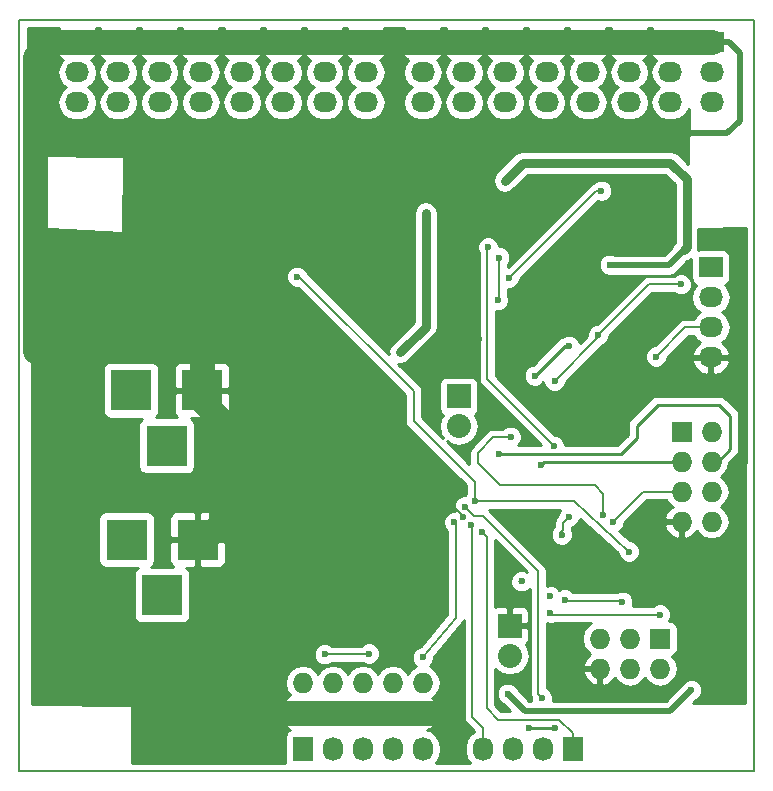
<source format=gbl>
G04 #@! TF.FileFunction,Copper,L2,Bot,Signal*
%FSLAX46Y46*%
G04 Gerber Fmt 4.6, Leading zero omitted, Abs format (unit mm)*
G04 Created by KiCad (PCBNEW 4.0.1-stable) date 6/25/2016 6:05:23 PM*
%MOMM*%
G01*
G04 APERTURE LIST*
%ADD10C,0.100000*%
%ADD11C,0.150000*%
%ADD12R,3.500120X3.500120*%
%ADD13R,2.032000X2.032000*%
%ADD14O,2.032000X2.032000*%
%ADD15R,1.727200X2.032000*%
%ADD16O,1.727200X2.032000*%
%ADD17R,1.727200X1.727200*%
%ADD18O,1.727200X1.727200*%
%ADD19R,2.032000X1.727200*%
%ADD20O,2.032000X1.727200*%
%ADD21C,0.600000*%
%ADD22C,0.500000*%
%ADD23C,0.200000*%
%ADD24C,0.250000*%
%ADD25C,2.100000*%
%ADD26C,0.750000*%
%ADD27C,0.254000*%
G04 APERTURE END LIST*
D10*
D11*
X209804000Y-96139000D02*
X211328000Y-96139000D01*
X209804000Y-32512000D02*
X211328000Y-32512000D01*
X149098000Y-96139000D02*
X209804000Y-96139000D01*
X209804000Y-32512000D02*
X149098000Y-32512000D01*
X211328000Y-32512000D02*
X211328000Y-96139000D01*
X149098000Y-96139000D02*
X149098000Y-32512000D01*
D12*
X164569140Y-63881000D03*
X158569660Y-63881000D03*
X161569400Y-68580000D03*
D13*
X190627000Y-83820000D03*
D14*
X190627000Y-86360000D03*
D12*
X164188140Y-76517500D03*
X158188660Y-76517500D03*
X161188400Y-81216500D03*
D13*
X186309000Y-64389000D03*
D14*
X186309000Y-66929000D03*
D15*
X173101000Y-94234000D03*
D16*
X175641000Y-94234000D03*
X178181000Y-94234000D03*
X180721000Y-94234000D03*
X183261000Y-94234000D03*
D15*
X195961000Y-94234000D03*
D16*
X193421000Y-94234000D03*
X190881000Y-94234000D03*
X188341000Y-94234000D03*
D17*
X203327000Y-84899500D03*
D18*
X203327000Y-87439500D03*
X200787000Y-84899500D03*
X200787000Y-87439500D03*
X198247000Y-84899500D03*
X198247000Y-87439500D03*
D19*
X207645000Y-53467000D03*
D20*
X207645000Y-56007000D03*
X207645000Y-58547000D03*
X207645000Y-61087000D03*
D19*
X174942500Y-34417000D03*
D20*
X174942500Y-36957000D03*
X174942500Y-39497000D03*
D19*
X178435000Y-34417000D03*
D20*
X178435000Y-36957000D03*
X178435000Y-39497000D03*
D19*
X171450000Y-34417000D03*
D20*
X171450000Y-36957000D03*
X171450000Y-39497000D03*
D19*
X167957500Y-34417000D03*
D20*
X167957500Y-36957000D03*
X167957500Y-39497000D03*
D19*
X164465000Y-34417000D03*
D20*
X164465000Y-36957000D03*
X164465000Y-39497000D03*
D19*
X160972500Y-34417000D03*
D20*
X160972500Y-36957000D03*
X160972500Y-39497000D03*
D19*
X157480000Y-34417000D03*
D20*
X157480000Y-36957000D03*
X157480000Y-39497000D03*
D19*
X153987500Y-34417000D03*
D20*
X153987500Y-36957000D03*
X153987500Y-39497000D03*
D19*
X207708500Y-34417000D03*
D20*
X207708500Y-36957000D03*
X207708500Y-39497000D03*
D19*
X204216000Y-34417000D03*
D20*
X204216000Y-36957000D03*
X204216000Y-39497000D03*
D19*
X200723500Y-34417000D03*
D20*
X200723500Y-36957000D03*
X200723500Y-39497000D03*
D19*
X197231000Y-34417000D03*
D20*
X197231000Y-36957000D03*
X197231000Y-39497000D03*
D19*
X193738500Y-34417000D03*
D20*
X193738500Y-36957000D03*
X193738500Y-39497000D03*
D19*
X190246000Y-34417000D03*
D20*
X190246000Y-36957000D03*
X190246000Y-39497000D03*
D19*
X186753500Y-34417000D03*
D20*
X186753500Y-36957000D03*
X186753500Y-39497000D03*
D19*
X183261000Y-34417000D03*
D20*
X183261000Y-36957000D03*
X183261000Y-39497000D03*
D17*
X173101000Y-91186000D03*
D18*
X173101000Y-88646000D03*
X175641000Y-91186000D03*
X175641000Y-88646000D03*
X178181000Y-91186000D03*
X178181000Y-88646000D03*
X180721000Y-91186000D03*
X180721000Y-88646000D03*
X183261000Y-91186000D03*
X183261000Y-88646000D03*
D17*
X205168500Y-67373500D03*
D18*
X207708500Y-67373500D03*
X205168500Y-69913500D03*
X207708500Y-69913500D03*
X205168500Y-72453500D03*
X207708500Y-72453500D03*
X205168500Y-74993500D03*
X207708500Y-74993500D03*
D21*
X205994000Y-89255600D03*
X190449200Y-89560400D03*
X194411600Y-63093600D03*
X205130400Y-54914800D03*
X198120000Y-59182000D03*
X194056000Y-81330800D03*
X191617600Y-80060800D03*
X194411600Y-92506800D03*
X192278000Y-92506800D03*
X205943200Y-63296800D03*
X203657200Y-62738000D03*
X185521600Y-86461600D03*
X183692800Y-71272400D03*
X186690000Y-74625200D03*
X188010800Y-59537600D03*
X186131200Y-61112400D03*
X165506400Y-57099200D03*
X162915600Y-48355500D03*
X203149200Y-42672000D03*
X181000400Y-39166800D03*
X181927500Y-72136000D03*
X181038500Y-74485500D03*
X195630800Y-60096400D03*
X192735200Y-62636400D03*
X199085200Y-53238400D03*
X190195200Y-46126400D03*
X205333600Y-52019200D03*
X181356000Y-60642500D03*
X183515000Y-48895000D03*
X195021200Y-76098400D03*
X195630800Y-74574400D03*
X198526400Y-74472800D03*
X190703200Y-67818000D03*
X172618400Y-54254400D03*
X187642500Y-73279000D03*
X200723500Y-77533500D03*
X185928000Y-75057000D03*
X183261000Y-86487000D03*
X174942500Y-86233000D03*
X178689000Y-86169500D03*
X187325000Y-75247500D03*
X188277500Y-75882500D03*
X203327000Y-82867500D03*
X194056000Y-82740500D03*
X195262500Y-81597500D03*
X200152000Y-81788000D03*
X199390000Y-74993500D03*
X193230500Y-70231000D03*
X189738000Y-69278500D03*
X194373500Y-68580000D03*
X188785500Y-51752500D03*
X189738000Y-52641500D03*
X189611000Y-56261000D03*
X203009500Y-61023500D03*
X186817000Y-73723500D03*
X193357500Y-89916000D03*
X198374000Y-46990000D03*
X190563500Y-54356000D03*
D22*
X204216000Y-91033600D02*
X205994000Y-89255600D01*
X191922400Y-91033600D02*
X204216000Y-91033600D01*
X190449200Y-89560400D02*
X191922400Y-91033600D01*
D23*
X198120000Y-59385200D02*
X198120000Y-59182000D01*
X194411600Y-63093600D02*
X198120000Y-59385200D01*
X202387200Y-54914800D02*
X205130400Y-54914800D01*
X198120000Y-59182000D02*
X202387200Y-54914800D01*
D24*
X191414400Y-80010000D02*
X191566800Y-80010000D01*
X191566800Y-80010000D02*
X191617600Y-80060800D01*
X192278000Y-92506800D02*
X194411600Y-92506800D01*
X204216000Y-63296800D02*
X205943200Y-63296800D01*
X203657200Y-62738000D02*
X204216000Y-63296800D01*
D25*
X183261000Y-91186000D02*
X185267600Y-91186000D01*
X185267600Y-91186000D02*
X185318400Y-91135200D01*
X180721000Y-91186000D02*
X183261000Y-91186000D01*
X173101000Y-91186000D02*
X175641000Y-91186000D01*
X175641000Y-91186000D02*
X178181000Y-91186000D01*
X178181000Y-91186000D02*
X180721000Y-91186000D01*
X173101000Y-91186000D02*
X169418000Y-91186000D01*
X169418000Y-91186000D02*
X169265600Y-91033600D01*
D23*
X185267600Y-72847200D02*
X183692800Y-71272400D01*
X185267600Y-73152000D02*
X185267600Y-72847200D01*
X186588400Y-74472800D02*
X185267600Y-73152000D01*
X186588400Y-74726800D02*
X186588400Y-74472800D01*
X186690000Y-74625200D02*
X186588400Y-74726800D01*
D22*
X162915600Y-48355500D02*
X162915600Y-48361600D01*
X209169000Y-34417000D02*
X207708500Y-34417000D01*
X210108800Y-35356800D02*
X209169000Y-34417000D01*
X210108800Y-41046400D02*
X210108800Y-35356800D01*
X209042000Y-42113200D02*
X210108800Y-41046400D01*
X203708000Y-42113200D02*
X209042000Y-42113200D01*
X203149200Y-42672000D02*
X203708000Y-42113200D01*
X180898800Y-39065200D02*
X180898800Y-34417000D01*
X181000400Y-39166800D02*
X180898800Y-39065200D01*
D25*
X164569140Y-63881000D02*
X164569140Y-64747140D01*
X164569140Y-64747140D02*
X166179500Y-66357500D01*
X166179500Y-66357500D02*
X166179500Y-75097640D01*
X166179500Y-75097640D02*
X164696140Y-76581000D01*
X153987500Y-34417000D02*
X151638000Y-34417000D01*
X164569140Y-60873640D02*
X164569140Y-63881000D01*
X163830000Y-60134500D02*
X164569140Y-60873640D01*
X150812500Y-60134500D02*
X163830000Y-60134500D01*
X150431500Y-60515500D02*
X150812500Y-60134500D01*
X150431500Y-35623500D02*
X150431500Y-60515500D01*
X151638000Y-34417000D02*
X150431500Y-35623500D01*
X153987500Y-34417000D02*
X157480000Y-34417000D01*
X157480000Y-34417000D02*
X160972500Y-34417000D01*
X160972500Y-34417000D02*
X164465000Y-34417000D01*
X164465000Y-34417000D02*
X167957500Y-34417000D01*
X167957500Y-34417000D02*
X171450000Y-34417000D01*
X171450000Y-34417000D02*
X174942500Y-34417000D01*
X174942500Y-34417000D02*
X178435000Y-34417000D01*
X178435000Y-34417000D02*
X180898800Y-34417000D01*
X180898800Y-34417000D02*
X183261000Y-34417000D01*
X183261000Y-34417000D02*
X186753500Y-34417000D01*
X186753500Y-34417000D02*
X190246000Y-34417000D01*
X190246000Y-34417000D02*
X193738500Y-34417000D01*
X193738500Y-34417000D02*
X197231000Y-34417000D01*
X197231000Y-34417000D02*
X200723500Y-34417000D01*
X200723500Y-34417000D02*
X204216000Y-34417000D01*
X204216000Y-34417000D02*
X207708500Y-34417000D01*
D24*
X195275200Y-60096400D02*
X195630800Y-60096400D01*
X192735200Y-62636400D02*
X195275200Y-60096400D01*
D22*
X199085200Y-53238400D02*
X199136000Y-53289200D01*
X199136000Y-53289200D02*
X204063600Y-53289200D01*
X204063600Y-53289200D02*
X205333600Y-52019200D01*
D26*
X191719200Y-44602400D02*
X190195200Y-46126400D01*
X204216000Y-44602400D02*
X191719200Y-44602400D01*
X205587600Y-45974000D02*
X204216000Y-44602400D01*
X205587600Y-51765200D02*
X205587600Y-45974000D01*
X205333600Y-52019200D02*
X205587600Y-51765200D01*
X181356000Y-60642500D02*
X183515000Y-58483500D01*
X183515000Y-58483500D02*
X183515000Y-48895000D01*
D23*
X194919600Y-75996800D02*
X195021200Y-76098400D01*
X194919600Y-75895200D02*
X194919600Y-75996800D01*
X195122800Y-75692000D02*
X194919600Y-75895200D01*
X195122800Y-75082400D02*
X195122800Y-75692000D01*
X195630800Y-74574400D02*
X195122800Y-75082400D01*
X198526400Y-72644000D02*
X198526400Y-74472800D01*
X197815200Y-71932800D02*
X198526400Y-72644000D01*
X189788800Y-71932800D02*
X197815200Y-71932800D01*
X187909200Y-70053200D02*
X189788800Y-71932800D01*
X187909200Y-69189600D02*
X187909200Y-70053200D01*
X189230000Y-67868800D02*
X187909200Y-69189600D01*
X190652400Y-67868800D02*
X189230000Y-67868800D01*
X190703200Y-67818000D02*
X190652400Y-67868800D01*
X187642500Y-73279000D02*
X187642500Y-71615300D01*
X172770800Y-54254400D02*
X172618400Y-54254400D01*
X182473600Y-63957200D02*
X172770800Y-54254400D01*
X182473600Y-66446400D02*
X182473600Y-63957200D01*
X187642500Y-71615300D02*
X182473600Y-66446400D01*
X188277500Y-73279000D02*
X187642500Y-73279000D01*
X196024500Y-73279000D02*
X188277500Y-73279000D01*
X200723500Y-77533500D02*
X196024500Y-73279000D01*
D11*
X186055000Y-75184000D02*
X185928000Y-75057000D01*
X186055000Y-83121500D02*
X186055000Y-75184000D01*
X183261000Y-86487000D02*
X186055000Y-83121500D01*
X174942500Y-86233000D02*
X178562000Y-86233000D01*
X178562000Y-86233000D02*
X178625500Y-86169500D01*
X178625500Y-86169500D02*
X178689000Y-86169500D01*
D23*
X188341000Y-94234000D02*
X188341000Y-92456000D01*
X187452000Y-75374500D02*
X187325000Y-75247500D01*
X187452000Y-91567000D02*
X187452000Y-75374500D01*
X188341000Y-92456000D02*
X187452000Y-91567000D01*
D11*
X195961000Y-92900500D02*
X195961000Y-94234000D01*
X194818000Y-91757500D02*
X195961000Y-92900500D01*
X189611000Y-91757500D02*
X194818000Y-91757500D01*
X188658500Y-90805000D02*
X189611000Y-91757500D01*
X188658500Y-76263500D02*
X188658500Y-90805000D01*
X188277500Y-75882500D02*
X188658500Y-76263500D01*
D23*
X194183000Y-82867500D02*
X203327000Y-82867500D01*
X194056000Y-82740500D02*
X194183000Y-82867500D01*
X195389500Y-81724500D02*
X195262500Y-81597500D01*
X200088500Y-81724500D02*
X195389500Y-81724500D01*
X200152000Y-81788000D02*
X200088500Y-81724500D01*
X201930000Y-72453500D02*
X205168500Y-72453500D01*
X199390000Y-74993500D02*
X201930000Y-72453500D01*
D24*
X193230500Y-70231000D02*
X193548000Y-69913500D01*
X193548000Y-69913500D02*
X205168500Y-69913500D01*
X207708500Y-69913500D02*
X208216500Y-69913500D01*
X208216500Y-69913500D02*
X209296000Y-68834000D01*
X209296000Y-68834000D02*
X209296000Y-66040000D01*
X209296000Y-66040000D02*
X208343500Y-65087500D01*
X208343500Y-65087500D02*
X203136500Y-65087500D01*
X203136500Y-65087500D02*
X201358500Y-66865500D01*
X201358500Y-66865500D02*
X201358500Y-67945000D01*
X201358500Y-67945000D02*
X200025000Y-69278500D01*
X200025000Y-69278500D02*
X189738000Y-69278500D01*
D23*
X188722000Y-51816000D02*
X188785500Y-51752500D01*
X188722000Y-62928500D02*
X188722000Y-51816000D01*
X188722000Y-62928500D02*
X194373500Y-68580000D01*
X189738000Y-56134000D02*
X189738000Y-52641500D01*
X189611000Y-56261000D02*
X189738000Y-56134000D01*
X207645000Y-58547000D02*
X205486000Y-58547000D01*
X205486000Y-58547000D02*
X203009500Y-61023500D01*
D11*
X187579000Y-74485500D02*
X186817000Y-73723500D01*
X188341000Y-74485500D02*
X187579000Y-74485500D01*
X193040000Y-79184500D02*
X188341000Y-74485500D01*
X193040000Y-89598500D02*
X193040000Y-79184500D01*
X193357500Y-89916000D02*
X193040000Y-89598500D01*
D25*
X158188660Y-76517500D02*
X158188660Y-75999340D01*
D11*
X197929500Y-46990000D02*
X198374000Y-46990000D01*
X190563500Y-54356000D02*
X197929500Y-46990000D01*
D27*
G36*
X152336500Y-33427090D02*
X152336500Y-34131250D01*
X152495250Y-34290000D01*
X153860500Y-34290000D01*
X153860500Y-34270000D01*
X154114500Y-34270000D01*
X154114500Y-34290000D01*
X155479750Y-34290000D01*
X155638500Y-34131250D01*
X155638500Y-33427090D01*
X155553549Y-33222000D01*
X155913951Y-33222000D01*
X155829000Y-33427090D01*
X155829000Y-34131250D01*
X155987750Y-34290000D01*
X157353000Y-34290000D01*
X157353000Y-34270000D01*
X157607000Y-34270000D01*
X157607000Y-34290000D01*
X158972250Y-34290000D01*
X159131000Y-34131250D01*
X159131000Y-33427090D01*
X159046049Y-33222000D01*
X159406451Y-33222000D01*
X159321500Y-33427090D01*
X159321500Y-34131250D01*
X159480250Y-34290000D01*
X160845500Y-34290000D01*
X160845500Y-34270000D01*
X161099500Y-34270000D01*
X161099500Y-34290000D01*
X162464750Y-34290000D01*
X162623500Y-34131250D01*
X162623500Y-33427090D01*
X162538549Y-33222000D01*
X162898951Y-33222000D01*
X162814000Y-33427090D01*
X162814000Y-34131250D01*
X162972750Y-34290000D01*
X164338000Y-34290000D01*
X164338000Y-34270000D01*
X164592000Y-34270000D01*
X164592000Y-34290000D01*
X165957250Y-34290000D01*
X166116000Y-34131250D01*
X166116000Y-33427090D01*
X166031049Y-33222000D01*
X166391451Y-33222000D01*
X166306500Y-33427090D01*
X166306500Y-34131250D01*
X166465250Y-34290000D01*
X167830500Y-34290000D01*
X167830500Y-34270000D01*
X168084500Y-34270000D01*
X168084500Y-34290000D01*
X169449750Y-34290000D01*
X169608500Y-34131250D01*
X169608500Y-33427090D01*
X169523549Y-33222000D01*
X169883951Y-33222000D01*
X169799000Y-33427090D01*
X169799000Y-34131250D01*
X169957750Y-34290000D01*
X171323000Y-34290000D01*
X171323000Y-34270000D01*
X171577000Y-34270000D01*
X171577000Y-34290000D01*
X172942250Y-34290000D01*
X173101000Y-34131250D01*
X173101000Y-33427090D01*
X173016049Y-33222000D01*
X173376451Y-33222000D01*
X173291500Y-33427090D01*
X173291500Y-34131250D01*
X173450250Y-34290000D01*
X174815500Y-34290000D01*
X174815500Y-34270000D01*
X175069500Y-34270000D01*
X175069500Y-34290000D01*
X176434750Y-34290000D01*
X176593500Y-34131250D01*
X176593500Y-33427090D01*
X176508549Y-33222000D01*
X176868951Y-33222000D01*
X176784000Y-33427090D01*
X176784000Y-34131250D01*
X176942750Y-34290000D01*
X178308000Y-34290000D01*
X178308000Y-34270000D01*
X178562000Y-34270000D01*
X178562000Y-34290000D01*
X179927250Y-34290000D01*
X180086000Y-34131250D01*
X180086000Y-33427090D01*
X180001049Y-33222000D01*
X181694951Y-33222000D01*
X181610000Y-33427090D01*
X181610000Y-34131250D01*
X181768750Y-34290000D01*
X183134000Y-34290000D01*
X183134000Y-34270000D01*
X183388000Y-34270000D01*
X183388000Y-34290000D01*
X184753250Y-34290000D01*
X184912000Y-34131250D01*
X184912000Y-33427090D01*
X184827049Y-33222000D01*
X185187451Y-33222000D01*
X185102500Y-33427090D01*
X185102500Y-34131250D01*
X185261250Y-34290000D01*
X186626500Y-34290000D01*
X186626500Y-34270000D01*
X186880500Y-34270000D01*
X186880500Y-34290000D01*
X188245750Y-34290000D01*
X188404500Y-34131250D01*
X188404500Y-33427090D01*
X188319549Y-33222000D01*
X188679951Y-33222000D01*
X188595000Y-33427090D01*
X188595000Y-34131250D01*
X188753750Y-34290000D01*
X190119000Y-34290000D01*
X190119000Y-34270000D01*
X190373000Y-34270000D01*
X190373000Y-34290000D01*
X191738250Y-34290000D01*
X191897000Y-34131250D01*
X191897000Y-33427090D01*
X191812049Y-33222000D01*
X192172451Y-33222000D01*
X192087500Y-33427090D01*
X192087500Y-34131250D01*
X192246250Y-34290000D01*
X193611500Y-34290000D01*
X193611500Y-34270000D01*
X193865500Y-34270000D01*
X193865500Y-34290000D01*
X195230750Y-34290000D01*
X195389500Y-34131250D01*
X195389500Y-33427090D01*
X195304549Y-33222000D01*
X195664951Y-33222000D01*
X195580000Y-33427090D01*
X195580000Y-34131250D01*
X195738750Y-34290000D01*
X197104000Y-34290000D01*
X197104000Y-34270000D01*
X197358000Y-34270000D01*
X197358000Y-34290000D01*
X198723250Y-34290000D01*
X198882000Y-34131250D01*
X198882000Y-33427090D01*
X198797049Y-33222000D01*
X199157451Y-33222000D01*
X199072500Y-33427090D01*
X199072500Y-34131250D01*
X199231250Y-34290000D01*
X200596500Y-34290000D01*
X200596500Y-34270000D01*
X200850500Y-34270000D01*
X200850500Y-34290000D01*
X202215750Y-34290000D01*
X202374500Y-34131250D01*
X202374500Y-33427090D01*
X202289549Y-33222000D01*
X202649951Y-33222000D01*
X202565000Y-33427090D01*
X202565000Y-34131250D01*
X202723750Y-34290000D01*
X204089000Y-34290000D01*
X204089000Y-34270000D01*
X204343000Y-34270000D01*
X204343000Y-34290000D01*
X204363000Y-34290000D01*
X204363000Y-34544000D01*
X204343000Y-34544000D01*
X204343000Y-34564000D01*
X204089000Y-34564000D01*
X204089000Y-34544000D01*
X202723750Y-34544000D01*
X202565000Y-34702750D01*
X202565000Y-35406910D01*
X202661673Y-35640299D01*
X202840302Y-35818927D01*
X202993780Y-35882500D01*
X202971585Y-35897330D01*
X202646729Y-36383511D01*
X202532655Y-36957000D01*
X202646729Y-37530489D01*
X202971585Y-38016670D01*
X203286366Y-38227000D01*
X202971585Y-38437330D01*
X202646729Y-38923511D01*
X202532655Y-39497000D01*
X202646729Y-40070489D01*
X202971585Y-40556670D01*
X203457766Y-40881526D01*
X204031255Y-40995600D01*
X204400745Y-40995600D01*
X204974234Y-40881526D01*
X205460415Y-40556670D01*
X205772905Y-40088996D01*
X205745996Y-44704040D01*
X204930178Y-43888222D01*
X204602510Y-43669282D01*
X204216000Y-43592400D01*
X191719200Y-43592400D01*
X191332689Y-43669282D01*
X191005022Y-43888222D01*
X189481022Y-45412222D01*
X189262082Y-45739890D01*
X189185200Y-46126400D01*
X189262082Y-46512910D01*
X189481022Y-46840578D01*
X189808690Y-47059518D01*
X190195200Y-47136400D01*
X190581710Y-47059518D01*
X190909378Y-46840578D01*
X192137556Y-45612400D01*
X203797644Y-45612400D01*
X204577600Y-46392356D01*
X204577600Y-51367613D01*
X204400482Y-51632690D01*
X204383585Y-51717636D01*
X203697020Y-52404200D01*
X199514361Y-52404200D01*
X199271999Y-52303562D01*
X198900033Y-52303238D01*
X198556257Y-52445283D01*
X198293008Y-52708073D01*
X198150362Y-53051601D01*
X198150038Y-53423567D01*
X198292083Y-53767343D01*
X198554873Y-54030592D01*
X198898401Y-54173238D01*
X199132183Y-54173442D01*
X199136000Y-54174201D01*
X199136005Y-54174200D01*
X204063595Y-54174200D01*
X204063600Y-54174201D01*
X204346084Y-54118010D01*
X204402275Y-54106833D01*
X204689390Y-53914990D01*
X204689391Y-53914989D01*
X205635164Y-52969215D01*
X205720110Y-52952318D01*
X205981560Y-52777623D01*
X205981560Y-54330600D01*
X206025838Y-54565917D01*
X206164910Y-54782041D01*
X206377110Y-54927031D01*
X206418439Y-54935400D01*
X206400585Y-54947330D01*
X206075729Y-55433511D01*
X205961655Y-56007000D01*
X206075729Y-56580489D01*
X206400585Y-57066670D01*
X206715366Y-57277000D01*
X206400585Y-57487330D01*
X206183647Y-57812000D01*
X205486000Y-57812000D01*
X205204728Y-57867949D01*
X204966277Y-58027276D01*
X202905145Y-60088408D01*
X202824333Y-60088338D01*
X202480557Y-60230383D01*
X202217308Y-60493173D01*
X202074662Y-60836701D01*
X202074338Y-61208667D01*
X202216383Y-61552443D01*
X202479173Y-61815692D01*
X202822701Y-61958338D01*
X203194667Y-61958662D01*
X203538443Y-61816617D01*
X203801692Y-61553827D01*
X203846455Y-61446026D01*
X206037642Y-61446026D01*
X206040291Y-61461791D01*
X206294268Y-61989036D01*
X206730680Y-62378954D01*
X207283087Y-62572184D01*
X207518000Y-62427924D01*
X207518000Y-61214000D01*
X207772000Y-61214000D01*
X207772000Y-62427924D01*
X208006913Y-62572184D01*
X208559320Y-62378954D01*
X208995732Y-61989036D01*
X209249709Y-61461791D01*
X209252358Y-61446026D01*
X209131217Y-61214000D01*
X207772000Y-61214000D01*
X207518000Y-61214000D01*
X206158783Y-61214000D01*
X206037642Y-61446026D01*
X203846455Y-61446026D01*
X203944338Y-61210299D01*
X203944410Y-61128037D01*
X205790447Y-59282000D01*
X206183647Y-59282000D01*
X206400585Y-59606670D01*
X206710069Y-59813461D01*
X206294268Y-60184964D01*
X206040291Y-60712209D01*
X206037642Y-60727974D01*
X206158783Y-60960000D01*
X207518000Y-60960000D01*
X207518000Y-60940000D01*
X207772000Y-60940000D01*
X207772000Y-60960000D01*
X209131217Y-60960000D01*
X209252358Y-60727974D01*
X209249709Y-60712209D01*
X208995732Y-60184964D01*
X208579931Y-59813461D01*
X208889415Y-59606670D01*
X209214271Y-59120489D01*
X209328345Y-58547000D01*
X209214271Y-57973511D01*
X208889415Y-57487330D01*
X208574634Y-57277000D01*
X208889415Y-57066670D01*
X209214271Y-56580489D01*
X209328345Y-56007000D01*
X209214271Y-55433511D01*
X208889415Y-54947330D01*
X208875087Y-54937757D01*
X208896317Y-54933762D01*
X209112441Y-54794690D01*
X209257431Y-54582490D01*
X209308440Y-54330600D01*
X209308440Y-52603400D01*
X209264162Y-52368083D01*
X209125090Y-52151959D01*
X208912890Y-52006969D01*
X208661000Y-51955960D01*
X206629000Y-51955960D01*
X206556959Y-51969515D01*
X206597600Y-51765200D01*
X206597600Y-50211309D01*
X210591239Y-50166437D01*
X210540759Y-90398600D01*
X206102579Y-90398600D01*
X206402834Y-90098345D01*
X206522943Y-90048717D01*
X206786192Y-89785927D01*
X206928838Y-89442399D01*
X206929162Y-89070433D01*
X206787117Y-88726657D01*
X206524327Y-88463408D01*
X206180799Y-88320762D01*
X205808833Y-88320438D01*
X205465057Y-88462483D01*
X205201808Y-88725273D01*
X205151434Y-88846587D01*
X203849420Y-90148600D01*
X194273320Y-90148600D01*
X194292338Y-90102799D01*
X194292662Y-89730833D01*
X194150617Y-89387057D01*
X193887827Y-89123808D01*
X193750000Y-89066577D01*
X193750000Y-87798527D01*
X196792032Y-87798527D01*
X197040179Y-88327990D01*
X197472053Y-88722188D01*
X197887974Y-88894458D01*
X198120000Y-88773317D01*
X198120000Y-87566500D01*
X196912531Y-87566500D01*
X196792032Y-87798527D01*
X193750000Y-87798527D01*
X193750000Y-83625841D01*
X193869201Y-83675338D01*
X194241167Y-83675662D01*
X194418233Y-83602500D01*
X197498580Y-83602500D01*
X197187330Y-83810471D01*
X196862474Y-84296652D01*
X196748400Y-84870141D01*
X196748400Y-84928859D01*
X196862474Y-85502348D01*
X197187330Y-85988529D01*
X197458161Y-86169492D01*
X197040179Y-86551010D01*
X196792032Y-87080473D01*
X196912531Y-87312500D01*
X198120000Y-87312500D01*
X198120000Y-87292500D01*
X198374000Y-87292500D01*
X198374000Y-87312500D01*
X198394000Y-87312500D01*
X198394000Y-87566500D01*
X198374000Y-87566500D01*
X198374000Y-88773317D01*
X198606026Y-88894458D01*
X199021947Y-88722188D01*
X199453821Y-88327990D01*
X199511336Y-88205272D01*
X199727330Y-88528529D01*
X200213511Y-88853385D01*
X200787000Y-88967459D01*
X201360489Y-88853385D01*
X201846670Y-88528529D01*
X202057000Y-88213748D01*
X202267330Y-88528529D01*
X202753511Y-88853385D01*
X203327000Y-88967459D01*
X203900489Y-88853385D01*
X204386670Y-88528529D01*
X204711526Y-88042348D01*
X204825600Y-87468859D01*
X204825600Y-87410141D01*
X204711526Y-86836652D01*
X204400426Y-86371058D01*
X204425917Y-86366262D01*
X204642041Y-86227190D01*
X204787031Y-86014990D01*
X204838040Y-85763100D01*
X204838040Y-84035900D01*
X204793762Y-83800583D01*
X204654690Y-83584459D01*
X204442490Y-83439469D01*
X204190600Y-83388460D01*
X204123082Y-83388460D01*
X204261838Y-83054299D01*
X204262162Y-82682333D01*
X204120117Y-82338557D01*
X203857327Y-82075308D01*
X203513799Y-81932662D01*
X203141833Y-81932338D01*
X202798057Y-82074383D01*
X202739838Y-82132500D01*
X201021354Y-82132500D01*
X201086838Y-81974799D01*
X201087162Y-81602833D01*
X200945117Y-81259057D01*
X200682327Y-80995808D01*
X200338799Y-80853162D01*
X199966833Y-80852838D01*
X199636085Y-80989500D01*
X195976698Y-80989500D01*
X195792827Y-80805308D01*
X195449299Y-80662662D01*
X195077333Y-80662338D01*
X194817156Y-80769841D01*
X194586327Y-80538608D01*
X194242799Y-80395962D01*
X193870833Y-80395638D01*
X193750000Y-80445565D01*
X193750000Y-79184505D01*
X193750001Y-79184500D01*
X193695954Y-78912795D01*
X193662868Y-78863278D01*
X193542046Y-78682454D01*
X193542043Y-78682452D01*
X188873592Y-74014000D01*
X194868734Y-74014000D01*
X194838608Y-74044073D01*
X194695962Y-74387601D01*
X194695890Y-74469863D01*
X194603077Y-74562677D01*
X194443749Y-74801128D01*
X194387800Y-75082400D01*
X194387800Y-75393551D01*
X194355681Y-75441621D01*
X194229008Y-75568073D01*
X194086362Y-75911601D01*
X194086038Y-76283567D01*
X194228083Y-76627343D01*
X194490873Y-76890592D01*
X194834401Y-77033238D01*
X195206367Y-77033562D01*
X195550143Y-76891517D01*
X195813392Y-76628727D01*
X195956038Y-76285199D01*
X195956362Y-75913233D01*
X195857800Y-75674694D01*
X195857800Y-75492277D01*
X196159743Y-75367517D01*
X196422992Y-75104727D01*
X196565638Y-74761199D01*
X196565639Y-74760453D01*
X199788373Y-77678334D01*
X199788338Y-77718667D01*
X199930383Y-78062443D01*
X200193173Y-78325692D01*
X200536701Y-78468338D01*
X200908667Y-78468662D01*
X201252443Y-78326617D01*
X201515692Y-78063827D01*
X201658338Y-77720299D01*
X201658662Y-77348333D01*
X201516617Y-77004557D01*
X201253827Y-76741308D01*
X200910299Y-76598662D01*
X200785966Y-76598554D01*
X199898520Y-75795056D01*
X199918943Y-75786617D01*
X200182192Y-75523827D01*
X200253322Y-75352526D01*
X203713542Y-75352526D01*
X203885812Y-75768447D01*
X204280010Y-76200321D01*
X204809473Y-76448468D01*
X205041500Y-76327969D01*
X205041500Y-75120500D01*
X203834683Y-75120500D01*
X203713542Y-75352526D01*
X200253322Y-75352526D01*
X200324838Y-75180299D01*
X200324910Y-75098037D01*
X202234447Y-73188500D01*
X203862533Y-73188500D01*
X204079471Y-73513170D01*
X204402728Y-73729164D01*
X204280010Y-73786679D01*
X203885812Y-74218553D01*
X203713542Y-74634474D01*
X203834683Y-74866500D01*
X205041500Y-74866500D01*
X205041500Y-74846500D01*
X205295500Y-74846500D01*
X205295500Y-74866500D01*
X205315500Y-74866500D01*
X205315500Y-75120500D01*
X205295500Y-75120500D01*
X205295500Y-76327969D01*
X205527527Y-76448468D01*
X206056990Y-76200321D01*
X206438508Y-75782339D01*
X206619471Y-76053170D01*
X207105652Y-76378026D01*
X207679141Y-76492100D01*
X207737859Y-76492100D01*
X208311348Y-76378026D01*
X208797529Y-76053170D01*
X209122385Y-75566989D01*
X209236459Y-74993500D01*
X209122385Y-74420011D01*
X208797529Y-73933830D01*
X208482748Y-73723500D01*
X208797529Y-73513170D01*
X209122385Y-73026989D01*
X209236459Y-72453500D01*
X209122385Y-71880011D01*
X208797529Y-71393830D01*
X208482748Y-71183500D01*
X208797529Y-70973170D01*
X209122385Y-70486989D01*
X209222841Y-69981961D01*
X209833401Y-69371401D01*
X209998148Y-69124839D01*
X210056000Y-68834000D01*
X210056000Y-66040000D01*
X209998148Y-65749161D01*
X209998148Y-65749160D01*
X209833401Y-65502599D01*
X208880901Y-64550099D01*
X208634339Y-64385352D01*
X208343500Y-64327500D01*
X203136500Y-64327500D01*
X202845661Y-64385352D01*
X202599099Y-64550099D01*
X200821099Y-66328099D01*
X200656352Y-66574661D01*
X200598500Y-66865500D01*
X200598500Y-67630198D01*
X199710198Y-68518500D01*
X195308554Y-68518500D01*
X195308662Y-68394833D01*
X195166617Y-68051057D01*
X194903827Y-67787808D01*
X194560299Y-67645162D01*
X194478037Y-67645090D01*
X189654514Y-62821567D01*
X191800038Y-62821567D01*
X191942083Y-63165343D01*
X192204873Y-63428592D01*
X192548401Y-63571238D01*
X192920367Y-63571562D01*
X193264143Y-63429517D01*
X193476491Y-63217539D01*
X193476438Y-63278767D01*
X193618483Y-63622543D01*
X193881273Y-63885792D01*
X194224801Y-64028438D01*
X194596767Y-64028762D01*
X194940543Y-63886717D01*
X195203792Y-63623927D01*
X195346438Y-63280399D01*
X195346510Y-63198136D01*
X198513613Y-60031034D01*
X198648943Y-59975117D01*
X198912192Y-59712327D01*
X199054838Y-59368799D01*
X199054910Y-59286536D01*
X202691647Y-55649800D01*
X204542981Y-55649800D01*
X204600073Y-55706992D01*
X204943601Y-55849638D01*
X205315567Y-55849962D01*
X205659343Y-55707917D01*
X205922592Y-55445127D01*
X206065238Y-55101599D01*
X206065562Y-54729633D01*
X205923517Y-54385857D01*
X205660727Y-54122608D01*
X205317199Y-53979962D01*
X204945233Y-53979638D01*
X204601457Y-54121683D01*
X204543238Y-54179800D01*
X202387200Y-54179800D01*
X202105928Y-54235749D01*
X201867476Y-54395077D01*
X198015646Y-58246908D01*
X197934833Y-58246838D01*
X197591057Y-58388883D01*
X197327808Y-58651673D01*
X197185162Y-58995201D01*
X197184913Y-59280840D01*
X196562617Y-59903137D01*
X196423917Y-59567457D01*
X196161127Y-59304208D01*
X195817599Y-59161562D01*
X195445633Y-59161238D01*
X195101857Y-59303283D01*
X195017291Y-59387702D01*
X194984360Y-59394252D01*
X194737799Y-59558999D01*
X192595520Y-61701278D01*
X192550033Y-61701238D01*
X192206257Y-61843283D01*
X191943008Y-62106073D01*
X191800362Y-62449601D01*
X191800038Y-62821567D01*
X189654514Y-62821567D01*
X189457000Y-62624054D01*
X189457000Y-57195867D01*
X189796167Y-57196162D01*
X190139943Y-57054117D01*
X190403192Y-56791327D01*
X190545838Y-56447799D01*
X190546162Y-56075833D01*
X190473000Y-55898767D01*
X190473000Y-55290922D01*
X190748667Y-55291162D01*
X191092443Y-55149117D01*
X191355692Y-54886327D01*
X191498338Y-54542799D01*
X191498440Y-54425152D01*
X198054045Y-47869547D01*
X198187201Y-47924838D01*
X198559167Y-47925162D01*
X198902943Y-47783117D01*
X199166192Y-47520327D01*
X199308838Y-47176799D01*
X199309162Y-46804833D01*
X199167117Y-46461057D01*
X198904327Y-46197808D01*
X198560799Y-46055162D01*
X198188833Y-46054838D01*
X197845057Y-46196883D01*
X197720062Y-46321660D01*
X197657795Y-46334046D01*
X197427454Y-46487954D01*
X190494469Y-53420939D01*
X190473000Y-53420920D01*
X190473000Y-53228919D01*
X190530192Y-53171827D01*
X190672838Y-52828299D01*
X190673162Y-52456333D01*
X190531117Y-52112557D01*
X190268327Y-51849308D01*
X189924799Y-51706662D01*
X189720541Y-51706484D01*
X189720662Y-51567333D01*
X189578617Y-51223557D01*
X189315827Y-50960308D01*
X188972299Y-50817662D01*
X188600333Y-50817338D01*
X188256557Y-50959383D01*
X187993308Y-51222173D01*
X187850662Y-51565701D01*
X187850338Y-51937667D01*
X187987000Y-52268415D01*
X187987000Y-62928500D01*
X188034387Y-63166727D01*
X188042949Y-63209772D01*
X188202277Y-63448223D01*
X193272553Y-68518500D01*
X191324922Y-68518500D01*
X191495392Y-68348327D01*
X191638038Y-68004799D01*
X191638362Y-67632833D01*
X191496317Y-67289057D01*
X191233527Y-67025808D01*
X190889999Y-66883162D01*
X190518033Y-66882838D01*
X190174257Y-67024883D01*
X190065150Y-67133800D01*
X189230000Y-67133800D01*
X188972603Y-67185000D01*
X188948728Y-67189749D01*
X188710276Y-67349077D01*
X187389477Y-68669877D01*
X187230149Y-68908328D01*
X187174200Y-69189600D01*
X187174200Y-70053200D01*
X187187696Y-70121049D01*
X185271531Y-68204884D01*
X185644845Y-68454325D01*
X186276655Y-68580000D01*
X186341345Y-68580000D01*
X186973155Y-68454325D01*
X187508778Y-68096433D01*
X187866670Y-67560810D01*
X187992345Y-66929000D01*
X187866670Y-66297190D01*
X187639501Y-65957208D01*
X187776441Y-65869090D01*
X187921431Y-65656890D01*
X187972440Y-65405000D01*
X187972440Y-63373000D01*
X187928162Y-63137683D01*
X187789090Y-62921559D01*
X187576890Y-62776569D01*
X187325000Y-62725560D01*
X185293000Y-62725560D01*
X185057683Y-62769838D01*
X184841559Y-62908910D01*
X184696569Y-63121110D01*
X184645560Y-63373000D01*
X184645560Y-65405000D01*
X184689838Y-65640317D01*
X184828910Y-65856441D01*
X184977837Y-65958198D01*
X184751330Y-66297190D01*
X184625655Y-66929000D01*
X184751330Y-67560810D01*
X185000771Y-67934124D01*
X183208600Y-66141954D01*
X183208600Y-63957200D01*
X183152651Y-63675928D01*
X183082916Y-63571562D01*
X182993323Y-63437476D01*
X181171684Y-61615837D01*
X181356000Y-61652500D01*
X181742510Y-61575618D01*
X182070178Y-61356678D01*
X184229178Y-59197678D01*
X184448118Y-58870010D01*
X184525000Y-58483500D01*
X184525000Y-48895000D01*
X184448118Y-48508490D01*
X184229178Y-48180822D01*
X183901510Y-47961882D01*
X183515000Y-47885000D01*
X183128490Y-47961882D01*
X182800822Y-48180822D01*
X182581882Y-48508490D01*
X182505000Y-48895000D01*
X182505000Y-58065144D01*
X180641822Y-59928322D01*
X180422882Y-60255990D01*
X180346000Y-60642500D01*
X180382663Y-60826816D01*
X173503205Y-53947359D01*
X173411517Y-53725457D01*
X173148727Y-53462208D01*
X172805199Y-53319562D01*
X172433233Y-53319238D01*
X172089457Y-53461283D01*
X171826208Y-53724073D01*
X171683562Y-54067601D01*
X171683238Y-54439567D01*
X171825283Y-54783343D01*
X172088073Y-55046592D01*
X172431601Y-55189238D01*
X172666396Y-55189443D01*
X181738600Y-64261647D01*
X181738600Y-66446400D01*
X181768084Y-66594623D01*
X181794549Y-66727672D01*
X181953877Y-66966123D01*
X186907500Y-71919747D01*
X186907500Y-72691581D01*
X186850308Y-72748673D01*
X186833765Y-72788514D01*
X186631833Y-72788338D01*
X186288057Y-72930383D01*
X186024808Y-73193173D01*
X185882162Y-73536701D01*
X185881838Y-73908667D01*
X185970000Y-74122036D01*
X185742833Y-74121838D01*
X185399057Y-74263883D01*
X185135808Y-74526673D01*
X184993162Y-74870201D01*
X184992838Y-75242167D01*
X185134883Y-75585943D01*
X185345000Y-75796427D01*
X185345000Y-82865191D01*
X183114548Y-85551872D01*
X183075833Y-85551838D01*
X182732057Y-85693883D01*
X182468808Y-85956673D01*
X182326162Y-86300201D01*
X182325838Y-86672167D01*
X182467883Y-87015943D01*
X182685212Y-87233651D01*
X182201330Y-87556971D01*
X181991000Y-87871752D01*
X181780670Y-87556971D01*
X181294489Y-87232115D01*
X180721000Y-87118041D01*
X180147511Y-87232115D01*
X179661330Y-87556971D01*
X179451000Y-87871752D01*
X179240670Y-87556971D01*
X178754489Y-87232115D01*
X178181000Y-87118041D01*
X177607511Y-87232115D01*
X177121330Y-87556971D01*
X176911000Y-87871752D01*
X176700670Y-87556971D01*
X176214489Y-87232115D01*
X175641000Y-87118041D01*
X175067511Y-87232115D01*
X174581330Y-87556971D01*
X174371000Y-87871752D01*
X174160670Y-87556971D01*
X173674489Y-87232115D01*
X173101000Y-87118041D01*
X172527511Y-87232115D01*
X172041330Y-87556971D01*
X171716474Y-88043152D01*
X171602400Y-88616641D01*
X171602400Y-88675359D01*
X171716474Y-89248848D01*
X172031526Y-89720356D01*
X171877701Y-89784073D01*
X171699073Y-89962702D01*
X171602400Y-90196091D01*
X171602400Y-90900250D01*
X171761150Y-91059000D01*
X172974000Y-91059000D01*
X172974000Y-91039000D01*
X173228000Y-91039000D01*
X173228000Y-91059000D01*
X175514000Y-91059000D01*
X175514000Y-91039000D01*
X175768000Y-91039000D01*
X175768000Y-91059000D01*
X178054000Y-91059000D01*
X178054000Y-91039000D01*
X178308000Y-91039000D01*
X178308000Y-91059000D01*
X180594000Y-91059000D01*
X180594000Y-91039000D01*
X180848000Y-91039000D01*
X180848000Y-91059000D01*
X183134000Y-91059000D01*
X183134000Y-91039000D01*
X183388000Y-91039000D01*
X183388000Y-91059000D01*
X184595469Y-91059000D01*
X184715968Y-90826973D01*
X184467821Y-90297510D01*
X184049839Y-89915992D01*
X184320670Y-89735029D01*
X184645526Y-89248848D01*
X184759600Y-88675359D01*
X184759600Y-88616641D01*
X184645526Y-88043152D01*
X184320670Y-87556971D01*
X183836609Y-87233532D01*
X184053192Y-87017327D01*
X184195838Y-86673799D01*
X184196014Y-86472270D01*
X186601281Y-83575017D01*
X186651910Y-83481571D01*
X186710954Y-83393205D01*
X186717000Y-83362810D01*
X186717000Y-91567000D01*
X186772949Y-91848272D01*
X186932277Y-92086723D01*
X187606000Y-92760447D01*
X187606000Y-92772647D01*
X187281330Y-92989585D01*
X186956474Y-93475766D01*
X186842400Y-94049255D01*
X186842400Y-94418745D01*
X186956474Y-94992234D01*
X187248312Y-95429000D01*
X184353688Y-95429000D01*
X184645526Y-94992234D01*
X184759600Y-94418745D01*
X184759600Y-94049255D01*
X184645526Y-93475766D01*
X184320670Y-92989585D01*
X183834489Y-92664729D01*
X183650834Y-92628198D01*
X184035947Y-92468688D01*
X184467821Y-92074490D01*
X184715968Y-91545027D01*
X184595469Y-91313000D01*
X183388000Y-91313000D01*
X183388000Y-91333000D01*
X183134000Y-91333000D01*
X183134000Y-91313000D01*
X180848000Y-91313000D01*
X180848000Y-91333000D01*
X180594000Y-91333000D01*
X180594000Y-91313000D01*
X178308000Y-91313000D01*
X178308000Y-91333000D01*
X178054000Y-91333000D01*
X178054000Y-91313000D01*
X175768000Y-91313000D01*
X175768000Y-91333000D01*
X175514000Y-91333000D01*
X175514000Y-91313000D01*
X173228000Y-91313000D01*
X173228000Y-91333000D01*
X172974000Y-91333000D01*
X172974000Y-91313000D01*
X171761150Y-91313000D01*
X171602400Y-91471750D01*
X171602400Y-92175909D01*
X171699073Y-92409298D01*
X171877701Y-92587927D01*
X171978816Y-92629810D01*
X171785959Y-92753910D01*
X171640969Y-92966110D01*
X171589960Y-93218000D01*
X171589960Y-95250000D01*
X171623641Y-95429000D01*
X158624827Y-95429000D01*
X158673793Y-90679309D01*
X158664297Y-90629799D01*
X158636287Y-90587883D01*
X158594176Y-90560168D01*
X158549003Y-90551019D01*
X150185115Y-90405882D01*
X150141898Y-89411899D01*
X150151351Y-89403473D01*
X150181577Y-89363126D01*
X150193845Y-89308657D01*
X150193577Y-86418167D01*
X174007338Y-86418167D01*
X174149383Y-86761943D01*
X174412173Y-87025192D01*
X174755701Y-87167838D01*
X175127667Y-87168162D01*
X175471443Y-87026117D01*
X175554705Y-86943000D01*
X178140014Y-86943000D01*
X178158673Y-86961692D01*
X178502201Y-87104338D01*
X178874167Y-87104662D01*
X179217943Y-86962617D01*
X179481192Y-86699827D01*
X179623838Y-86356299D01*
X179624162Y-85984333D01*
X179482117Y-85640557D01*
X179219327Y-85377308D01*
X178875799Y-85234662D01*
X178503833Y-85234338D01*
X178160057Y-85376383D01*
X178013184Y-85523000D01*
X175554876Y-85523000D01*
X175472827Y-85440808D01*
X175129299Y-85298162D01*
X174757333Y-85297838D01*
X174413557Y-85439883D01*
X174150308Y-85702673D01*
X174007662Y-86046201D01*
X174007338Y-86418167D01*
X150193577Y-86418167D01*
X150192496Y-74767440D01*
X155791160Y-74767440D01*
X155791160Y-78267560D01*
X155835438Y-78502877D01*
X155974510Y-78719001D01*
X156186710Y-78863991D01*
X156438600Y-78915000D01*
X159122645Y-78915000D01*
X158986899Y-79002350D01*
X158841909Y-79214550D01*
X158790900Y-79466440D01*
X158790900Y-82966560D01*
X158835178Y-83201877D01*
X158974250Y-83418001D01*
X159186450Y-83562991D01*
X159438340Y-83614000D01*
X162938460Y-83614000D01*
X163173777Y-83569722D01*
X163389901Y-83430650D01*
X163534891Y-83218450D01*
X163585900Y-82966560D01*
X163585900Y-79466440D01*
X163541622Y-79231123D01*
X163402550Y-79014999D01*
X163237990Y-78902560D01*
X163902390Y-78902560D01*
X164061140Y-78743810D01*
X164061140Y-76644500D01*
X164315140Y-76644500D01*
X164315140Y-78743810D01*
X164473890Y-78902560D01*
X166064509Y-78902560D01*
X166297898Y-78805887D01*
X166476527Y-78627259D01*
X166573200Y-78393870D01*
X166573200Y-76803250D01*
X166414450Y-76644500D01*
X164315140Y-76644500D01*
X164061140Y-76644500D01*
X161961830Y-76644500D01*
X161803080Y-76803250D01*
X161803080Y-78393870D01*
X161899753Y-78627259D01*
X162078382Y-78805887D01*
X162110040Y-78819000D01*
X160254415Y-78819000D01*
X160390161Y-78731650D01*
X160535151Y-78519450D01*
X160586160Y-78267560D01*
X160586160Y-74767440D01*
X160562394Y-74641130D01*
X161803080Y-74641130D01*
X161803080Y-76231750D01*
X161961830Y-76390500D01*
X164061140Y-76390500D01*
X164061140Y-74291190D01*
X164315140Y-74291190D01*
X164315140Y-76390500D01*
X166414450Y-76390500D01*
X166573200Y-76231750D01*
X166573200Y-74641130D01*
X166476527Y-74407741D01*
X166297898Y-74229113D01*
X166064509Y-74132440D01*
X164473890Y-74132440D01*
X164315140Y-74291190D01*
X164061140Y-74291190D01*
X163902390Y-74132440D01*
X162311771Y-74132440D01*
X162078382Y-74229113D01*
X161899753Y-74407741D01*
X161803080Y-74641130D01*
X160562394Y-74641130D01*
X160541882Y-74532123D01*
X160402810Y-74315999D01*
X160190610Y-74171009D01*
X159938720Y-74120000D01*
X156438600Y-74120000D01*
X156203283Y-74164278D01*
X155987159Y-74303350D01*
X155842169Y-74515550D01*
X155791160Y-74767440D01*
X150192496Y-74767440D01*
X150191323Y-62130940D01*
X156172160Y-62130940D01*
X156172160Y-65631060D01*
X156216438Y-65866377D01*
X156355510Y-66082501D01*
X156567710Y-66227491D01*
X156819600Y-66278500D01*
X159503645Y-66278500D01*
X159367899Y-66365850D01*
X159222909Y-66578050D01*
X159171900Y-66829940D01*
X159171900Y-70330060D01*
X159216178Y-70565377D01*
X159355250Y-70781501D01*
X159567450Y-70926491D01*
X159819340Y-70977500D01*
X163319460Y-70977500D01*
X163554777Y-70933222D01*
X163770901Y-70794150D01*
X163915891Y-70581950D01*
X163966900Y-70330060D01*
X163966900Y-66829940D01*
X163922622Y-66594623D01*
X163783550Y-66378499D01*
X163618990Y-66266060D01*
X164283390Y-66266060D01*
X164442140Y-66107310D01*
X164442140Y-64008000D01*
X164696140Y-64008000D01*
X164696140Y-66107310D01*
X164854890Y-66266060D01*
X166445509Y-66266060D01*
X166678898Y-66169387D01*
X166857527Y-65990759D01*
X166954200Y-65757370D01*
X166954200Y-64166750D01*
X166795450Y-64008000D01*
X164696140Y-64008000D01*
X164442140Y-64008000D01*
X162342830Y-64008000D01*
X162184080Y-64166750D01*
X162184080Y-65757370D01*
X162280753Y-65990759D01*
X162459382Y-66169387D01*
X162491040Y-66182500D01*
X160635415Y-66182500D01*
X160771161Y-66095150D01*
X160916151Y-65882950D01*
X160967160Y-65631060D01*
X160967160Y-62130940D01*
X160943394Y-62004630D01*
X162184080Y-62004630D01*
X162184080Y-63595250D01*
X162342830Y-63754000D01*
X164442140Y-63754000D01*
X164442140Y-61654690D01*
X164696140Y-61654690D01*
X164696140Y-63754000D01*
X166795450Y-63754000D01*
X166954200Y-63595250D01*
X166954200Y-62004630D01*
X166857527Y-61771241D01*
X166678898Y-61592613D01*
X166445509Y-61495940D01*
X164854890Y-61495940D01*
X164696140Y-61654690D01*
X164442140Y-61654690D01*
X164283390Y-61495940D01*
X162692771Y-61495940D01*
X162459382Y-61592613D01*
X162280753Y-61771241D01*
X162184080Y-62004630D01*
X160943394Y-62004630D01*
X160922882Y-61895623D01*
X160783810Y-61679499D01*
X160571610Y-61534509D01*
X160319720Y-61483500D01*
X156819600Y-61483500D01*
X156584283Y-61527778D01*
X156368159Y-61666850D01*
X156223169Y-61879050D01*
X156172160Y-62130940D01*
X150191323Y-62130940D01*
X150190212Y-50171860D01*
X157778125Y-50571224D01*
X157827993Y-50563829D01*
X157871054Y-50537616D01*
X157900525Y-50496714D01*
X157911796Y-50445424D01*
X157962596Y-44146224D01*
X157952989Y-44096735D01*
X157924885Y-44054882D01*
X157882712Y-44027262D01*
X157836360Y-44018202D01*
X149808000Y-43970128D01*
X149808000Y-36957000D01*
X152304155Y-36957000D01*
X152418229Y-37530489D01*
X152743085Y-38016670D01*
X153057866Y-38227000D01*
X152743085Y-38437330D01*
X152418229Y-38923511D01*
X152304155Y-39497000D01*
X152418229Y-40070489D01*
X152743085Y-40556670D01*
X153229266Y-40881526D01*
X153802755Y-40995600D01*
X154172245Y-40995600D01*
X154745734Y-40881526D01*
X155231915Y-40556670D01*
X155556771Y-40070489D01*
X155670845Y-39497000D01*
X155556771Y-38923511D01*
X155231915Y-38437330D01*
X154917134Y-38227000D01*
X155231915Y-38016670D01*
X155556771Y-37530489D01*
X155670845Y-36957000D01*
X155796655Y-36957000D01*
X155910729Y-37530489D01*
X156235585Y-38016670D01*
X156550366Y-38227000D01*
X156235585Y-38437330D01*
X155910729Y-38923511D01*
X155796655Y-39497000D01*
X155910729Y-40070489D01*
X156235585Y-40556670D01*
X156721766Y-40881526D01*
X157295255Y-40995600D01*
X157664745Y-40995600D01*
X158238234Y-40881526D01*
X158724415Y-40556670D01*
X159049271Y-40070489D01*
X159163345Y-39497000D01*
X159049271Y-38923511D01*
X158724415Y-38437330D01*
X158409634Y-38227000D01*
X158724415Y-38016670D01*
X159049271Y-37530489D01*
X159163345Y-36957000D01*
X159289155Y-36957000D01*
X159403229Y-37530489D01*
X159728085Y-38016670D01*
X160042866Y-38227000D01*
X159728085Y-38437330D01*
X159403229Y-38923511D01*
X159289155Y-39497000D01*
X159403229Y-40070489D01*
X159728085Y-40556670D01*
X160214266Y-40881526D01*
X160787755Y-40995600D01*
X161157245Y-40995600D01*
X161730734Y-40881526D01*
X162216915Y-40556670D01*
X162541771Y-40070489D01*
X162655845Y-39497000D01*
X162541771Y-38923511D01*
X162216915Y-38437330D01*
X161902134Y-38227000D01*
X162216915Y-38016670D01*
X162541771Y-37530489D01*
X162655845Y-36957000D01*
X162781655Y-36957000D01*
X162895729Y-37530489D01*
X163220585Y-38016670D01*
X163535366Y-38227000D01*
X163220585Y-38437330D01*
X162895729Y-38923511D01*
X162781655Y-39497000D01*
X162895729Y-40070489D01*
X163220585Y-40556670D01*
X163706766Y-40881526D01*
X164280255Y-40995600D01*
X164649745Y-40995600D01*
X165223234Y-40881526D01*
X165709415Y-40556670D01*
X166034271Y-40070489D01*
X166148345Y-39497000D01*
X166034271Y-38923511D01*
X165709415Y-38437330D01*
X165394634Y-38227000D01*
X165709415Y-38016670D01*
X166034271Y-37530489D01*
X166148345Y-36957000D01*
X166274155Y-36957000D01*
X166388229Y-37530489D01*
X166713085Y-38016670D01*
X167027866Y-38227000D01*
X166713085Y-38437330D01*
X166388229Y-38923511D01*
X166274155Y-39497000D01*
X166388229Y-40070489D01*
X166713085Y-40556670D01*
X167199266Y-40881526D01*
X167772755Y-40995600D01*
X168142245Y-40995600D01*
X168715734Y-40881526D01*
X169201915Y-40556670D01*
X169526771Y-40070489D01*
X169640845Y-39497000D01*
X169526771Y-38923511D01*
X169201915Y-38437330D01*
X168887134Y-38227000D01*
X169201915Y-38016670D01*
X169526771Y-37530489D01*
X169640845Y-36957000D01*
X169766655Y-36957000D01*
X169880729Y-37530489D01*
X170205585Y-38016670D01*
X170520366Y-38227000D01*
X170205585Y-38437330D01*
X169880729Y-38923511D01*
X169766655Y-39497000D01*
X169880729Y-40070489D01*
X170205585Y-40556670D01*
X170691766Y-40881526D01*
X171265255Y-40995600D01*
X171634745Y-40995600D01*
X172208234Y-40881526D01*
X172694415Y-40556670D01*
X173019271Y-40070489D01*
X173133345Y-39497000D01*
X173019271Y-38923511D01*
X172694415Y-38437330D01*
X172379634Y-38227000D01*
X172694415Y-38016670D01*
X173019271Y-37530489D01*
X173133345Y-36957000D01*
X173259155Y-36957000D01*
X173373229Y-37530489D01*
X173698085Y-38016670D01*
X174012866Y-38227000D01*
X173698085Y-38437330D01*
X173373229Y-38923511D01*
X173259155Y-39497000D01*
X173373229Y-40070489D01*
X173698085Y-40556670D01*
X174184266Y-40881526D01*
X174757755Y-40995600D01*
X175127245Y-40995600D01*
X175700734Y-40881526D01*
X176186915Y-40556670D01*
X176511771Y-40070489D01*
X176625845Y-39497000D01*
X176511771Y-38923511D01*
X176186915Y-38437330D01*
X175872134Y-38227000D01*
X176186915Y-38016670D01*
X176511771Y-37530489D01*
X176625845Y-36957000D01*
X176751655Y-36957000D01*
X176865729Y-37530489D01*
X177190585Y-38016670D01*
X177505366Y-38227000D01*
X177190585Y-38437330D01*
X176865729Y-38923511D01*
X176751655Y-39497000D01*
X176865729Y-40070489D01*
X177190585Y-40556670D01*
X177676766Y-40881526D01*
X178250255Y-40995600D01*
X178619745Y-40995600D01*
X179193234Y-40881526D01*
X179679415Y-40556670D01*
X180004271Y-40070489D01*
X180118345Y-39497000D01*
X180004271Y-38923511D01*
X179679415Y-38437330D01*
X179364634Y-38227000D01*
X179679415Y-38016670D01*
X180004271Y-37530489D01*
X180118345Y-36957000D01*
X181577655Y-36957000D01*
X181691729Y-37530489D01*
X182016585Y-38016670D01*
X182331366Y-38227000D01*
X182016585Y-38437330D01*
X181691729Y-38923511D01*
X181577655Y-39497000D01*
X181691729Y-40070489D01*
X182016585Y-40556670D01*
X182502766Y-40881526D01*
X183076255Y-40995600D01*
X183445745Y-40995600D01*
X184019234Y-40881526D01*
X184505415Y-40556670D01*
X184830271Y-40070489D01*
X184944345Y-39497000D01*
X184830271Y-38923511D01*
X184505415Y-38437330D01*
X184190634Y-38227000D01*
X184505415Y-38016670D01*
X184830271Y-37530489D01*
X184944345Y-36957000D01*
X185070155Y-36957000D01*
X185184229Y-37530489D01*
X185509085Y-38016670D01*
X185823866Y-38227000D01*
X185509085Y-38437330D01*
X185184229Y-38923511D01*
X185070155Y-39497000D01*
X185184229Y-40070489D01*
X185509085Y-40556670D01*
X185995266Y-40881526D01*
X186568755Y-40995600D01*
X186938245Y-40995600D01*
X187511734Y-40881526D01*
X187997915Y-40556670D01*
X188322771Y-40070489D01*
X188436845Y-39497000D01*
X188322771Y-38923511D01*
X187997915Y-38437330D01*
X187683134Y-38227000D01*
X187997915Y-38016670D01*
X188322771Y-37530489D01*
X188436845Y-36957000D01*
X188562655Y-36957000D01*
X188676729Y-37530489D01*
X189001585Y-38016670D01*
X189316366Y-38227000D01*
X189001585Y-38437330D01*
X188676729Y-38923511D01*
X188562655Y-39497000D01*
X188676729Y-40070489D01*
X189001585Y-40556670D01*
X189487766Y-40881526D01*
X190061255Y-40995600D01*
X190430745Y-40995600D01*
X191004234Y-40881526D01*
X191490415Y-40556670D01*
X191815271Y-40070489D01*
X191929345Y-39497000D01*
X191815271Y-38923511D01*
X191490415Y-38437330D01*
X191175634Y-38227000D01*
X191490415Y-38016670D01*
X191815271Y-37530489D01*
X191929345Y-36957000D01*
X192055155Y-36957000D01*
X192169229Y-37530489D01*
X192494085Y-38016670D01*
X192808866Y-38227000D01*
X192494085Y-38437330D01*
X192169229Y-38923511D01*
X192055155Y-39497000D01*
X192169229Y-40070489D01*
X192494085Y-40556670D01*
X192980266Y-40881526D01*
X193553755Y-40995600D01*
X193923245Y-40995600D01*
X194496734Y-40881526D01*
X194982915Y-40556670D01*
X195307771Y-40070489D01*
X195421845Y-39497000D01*
X195307771Y-38923511D01*
X194982915Y-38437330D01*
X194668134Y-38227000D01*
X194982915Y-38016670D01*
X195307771Y-37530489D01*
X195421845Y-36957000D01*
X195547655Y-36957000D01*
X195661729Y-37530489D01*
X195986585Y-38016670D01*
X196301366Y-38227000D01*
X195986585Y-38437330D01*
X195661729Y-38923511D01*
X195547655Y-39497000D01*
X195661729Y-40070489D01*
X195986585Y-40556670D01*
X196472766Y-40881526D01*
X197046255Y-40995600D01*
X197415745Y-40995600D01*
X197989234Y-40881526D01*
X198475415Y-40556670D01*
X198800271Y-40070489D01*
X198914345Y-39497000D01*
X198800271Y-38923511D01*
X198475415Y-38437330D01*
X198160634Y-38227000D01*
X198475415Y-38016670D01*
X198800271Y-37530489D01*
X198914345Y-36957000D01*
X199040155Y-36957000D01*
X199154229Y-37530489D01*
X199479085Y-38016670D01*
X199793866Y-38227000D01*
X199479085Y-38437330D01*
X199154229Y-38923511D01*
X199040155Y-39497000D01*
X199154229Y-40070489D01*
X199479085Y-40556670D01*
X199965266Y-40881526D01*
X200538755Y-40995600D01*
X200908245Y-40995600D01*
X201481734Y-40881526D01*
X201967915Y-40556670D01*
X202292771Y-40070489D01*
X202406845Y-39497000D01*
X202292771Y-38923511D01*
X201967915Y-38437330D01*
X201653134Y-38227000D01*
X201967915Y-38016670D01*
X202292771Y-37530489D01*
X202406845Y-36957000D01*
X202292771Y-36383511D01*
X201967915Y-35897330D01*
X201945720Y-35882500D01*
X202099198Y-35818927D01*
X202277827Y-35640299D01*
X202374500Y-35406910D01*
X202374500Y-34702750D01*
X202215750Y-34544000D01*
X200850500Y-34544000D01*
X200850500Y-34564000D01*
X200596500Y-34564000D01*
X200596500Y-34544000D01*
X199231250Y-34544000D01*
X199072500Y-34702750D01*
X199072500Y-35406910D01*
X199169173Y-35640299D01*
X199347802Y-35818927D01*
X199501280Y-35882500D01*
X199479085Y-35897330D01*
X199154229Y-36383511D01*
X199040155Y-36957000D01*
X198914345Y-36957000D01*
X198800271Y-36383511D01*
X198475415Y-35897330D01*
X198453220Y-35882500D01*
X198606698Y-35818927D01*
X198785327Y-35640299D01*
X198882000Y-35406910D01*
X198882000Y-34702750D01*
X198723250Y-34544000D01*
X197358000Y-34544000D01*
X197358000Y-34564000D01*
X197104000Y-34564000D01*
X197104000Y-34544000D01*
X195738750Y-34544000D01*
X195580000Y-34702750D01*
X195580000Y-35406910D01*
X195676673Y-35640299D01*
X195855302Y-35818927D01*
X196008780Y-35882500D01*
X195986585Y-35897330D01*
X195661729Y-36383511D01*
X195547655Y-36957000D01*
X195421845Y-36957000D01*
X195307771Y-36383511D01*
X194982915Y-35897330D01*
X194960720Y-35882500D01*
X195114198Y-35818927D01*
X195292827Y-35640299D01*
X195389500Y-35406910D01*
X195389500Y-34702750D01*
X195230750Y-34544000D01*
X193865500Y-34544000D01*
X193865500Y-34564000D01*
X193611500Y-34564000D01*
X193611500Y-34544000D01*
X192246250Y-34544000D01*
X192087500Y-34702750D01*
X192087500Y-35406910D01*
X192184173Y-35640299D01*
X192362802Y-35818927D01*
X192516280Y-35882500D01*
X192494085Y-35897330D01*
X192169229Y-36383511D01*
X192055155Y-36957000D01*
X191929345Y-36957000D01*
X191815271Y-36383511D01*
X191490415Y-35897330D01*
X191468220Y-35882500D01*
X191621698Y-35818927D01*
X191800327Y-35640299D01*
X191897000Y-35406910D01*
X191897000Y-34702750D01*
X191738250Y-34544000D01*
X190373000Y-34544000D01*
X190373000Y-34564000D01*
X190119000Y-34564000D01*
X190119000Y-34544000D01*
X188753750Y-34544000D01*
X188595000Y-34702750D01*
X188595000Y-35406910D01*
X188691673Y-35640299D01*
X188870302Y-35818927D01*
X189023780Y-35882500D01*
X189001585Y-35897330D01*
X188676729Y-36383511D01*
X188562655Y-36957000D01*
X188436845Y-36957000D01*
X188322771Y-36383511D01*
X187997915Y-35897330D01*
X187975720Y-35882500D01*
X188129198Y-35818927D01*
X188307827Y-35640299D01*
X188404500Y-35406910D01*
X188404500Y-34702750D01*
X188245750Y-34544000D01*
X186880500Y-34544000D01*
X186880500Y-34564000D01*
X186626500Y-34564000D01*
X186626500Y-34544000D01*
X185261250Y-34544000D01*
X185102500Y-34702750D01*
X185102500Y-35406910D01*
X185199173Y-35640299D01*
X185377802Y-35818927D01*
X185531280Y-35882500D01*
X185509085Y-35897330D01*
X185184229Y-36383511D01*
X185070155Y-36957000D01*
X184944345Y-36957000D01*
X184830271Y-36383511D01*
X184505415Y-35897330D01*
X184483220Y-35882500D01*
X184636698Y-35818927D01*
X184815327Y-35640299D01*
X184912000Y-35406910D01*
X184912000Y-34702750D01*
X184753250Y-34544000D01*
X183388000Y-34544000D01*
X183388000Y-34564000D01*
X183134000Y-34564000D01*
X183134000Y-34544000D01*
X181768750Y-34544000D01*
X181610000Y-34702750D01*
X181610000Y-35406910D01*
X181706673Y-35640299D01*
X181885302Y-35818927D01*
X182038780Y-35882500D01*
X182016585Y-35897330D01*
X181691729Y-36383511D01*
X181577655Y-36957000D01*
X180118345Y-36957000D01*
X180004271Y-36383511D01*
X179679415Y-35897330D01*
X179657220Y-35882500D01*
X179810698Y-35818927D01*
X179989327Y-35640299D01*
X180086000Y-35406910D01*
X180086000Y-34702750D01*
X179927250Y-34544000D01*
X178562000Y-34544000D01*
X178562000Y-34564000D01*
X178308000Y-34564000D01*
X178308000Y-34544000D01*
X176942750Y-34544000D01*
X176784000Y-34702750D01*
X176784000Y-35406910D01*
X176880673Y-35640299D01*
X177059302Y-35818927D01*
X177212780Y-35882500D01*
X177190585Y-35897330D01*
X176865729Y-36383511D01*
X176751655Y-36957000D01*
X176625845Y-36957000D01*
X176511771Y-36383511D01*
X176186915Y-35897330D01*
X176164720Y-35882500D01*
X176318198Y-35818927D01*
X176496827Y-35640299D01*
X176593500Y-35406910D01*
X176593500Y-34702750D01*
X176434750Y-34544000D01*
X175069500Y-34544000D01*
X175069500Y-34564000D01*
X174815500Y-34564000D01*
X174815500Y-34544000D01*
X173450250Y-34544000D01*
X173291500Y-34702750D01*
X173291500Y-35406910D01*
X173388173Y-35640299D01*
X173566802Y-35818927D01*
X173720280Y-35882500D01*
X173698085Y-35897330D01*
X173373229Y-36383511D01*
X173259155Y-36957000D01*
X173133345Y-36957000D01*
X173019271Y-36383511D01*
X172694415Y-35897330D01*
X172672220Y-35882500D01*
X172825698Y-35818927D01*
X173004327Y-35640299D01*
X173101000Y-35406910D01*
X173101000Y-34702750D01*
X172942250Y-34544000D01*
X171577000Y-34544000D01*
X171577000Y-34564000D01*
X171323000Y-34564000D01*
X171323000Y-34544000D01*
X169957750Y-34544000D01*
X169799000Y-34702750D01*
X169799000Y-35406910D01*
X169895673Y-35640299D01*
X170074302Y-35818927D01*
X170227780Y-35882500D01*
X170205585Y-35897330D01*
X169880729Y-36383511D01*
X169766655Y-36957000D01*
X169640845Y-36957000D01*
X169526771Y-36383511D01*
X169201915Y-35897330D01*
X169179720Y-35882500D01*
X169333198Y-35818927D01*
X169511827Y-35640299D01*
X169608500Y-35406910D01*
X169608500Y-34702750D01*
X169449750Y-34544000D01*
X168084500Y-34544000D01*
X168084500Y-34564000D01*
X167830500Y-34564000D01*
X167830500Y-34544000D01*
X166465250Y-34544000D01*
X166306500Y-34702750D01*
X166306500Y-35406910D01*
X166403173Y-35640299D01*
X166581802Y-35818927D01*
X166735280Y-35882500D01*
X166713085Y-35897330D01*
X166388229Y-36383511D01*
X166274155Y-36957000D01*
X166148345Y-36957000D01*
X166034271Y-36383511D01*
X165709415Y-35897330D01*
X165687220Y-35882500D01*
X165840698Y-35818927D01*
X166019327Y-35640299D01*
X166116000Y-35406910D01*
X166116000Y-34702750D01*
X165957250Y-34544000D01*
X164592000Y-34544000D01*
X164592000Y-34564000D01*
X164338000Y-34564000D01*
X164338000Y-34544000D01*
X162972750Y-34544000D01*
X162814000Y-34702750D01*
X162814000Y-35406910D01*
X162910673Y-35640299D01*
X163089302Y-35818927D01*
X163242780Y-35882500D01*
X163220585Y-35897330D01*
X162895729Y-36383511D01*
X162781655Y-36957000D01*
X162655845Y-36957000D01*
X162541771Y-36383511D01*
X162216915Y-35897330D01*
X162194720Y-35882500D01*
X162348198Y-35818927D01*
X162526827Y-35640299D01*
X162623500Y-35406910D01*
X162623500Y-34702750D01*
X162464750Y-34544000D01*
X161099500Y-34544000D01*
X161099500Y-34564000D01*
X160845500Y-34564000D01*
X160845500Y-34544000D01*
X159480250Y-34544000D01*
X159321500Y-34702750D01*
X159321500Y-35406910D01*
X159418173Y-35640299D01*
X159596802Y-35818927D01*
X159750280Y-35882500D01*
X159728085Y-35897330D01*
X159403229Y-36383511D01*
X159289155Y-36957000D01*
X159163345Y-36957000D01*
X159049271Y-36383511D01*
X158724415Y-35897330D01*
X158702220Y-35882500D01*
X158855698Y-35818927D01*
X159034327Y-35640299D01*
X159131000Y-35406910D01*
X159131000Y-34702750D01*
X158972250Y-34544000D01*
X157607000Y-34544000D01*
X157607000Y-34564000D01*
X157353000Y-34564000D01*
X157353000Y-34544000D01*
X155987750Y-34544000D01*
X155829000Y-34702750D01*
X155829000Y-35406910D01*
X155925673Y-35640299D01*
X156104302Y-35818927D01*
X156257780Y-35882500D01*
X156235585Y-35897330D01*
X155910729Y-36383511D01*
X155796655Y-36957000D01*
X155670845Y-36957000D01*
X155556771Y-36383511D01*
X155231915Y-35897330D01*
X155209720Y-35882500D01*
X155363198Y-35818927D01*
X155541827Y-35640299D01*
X155638500Y-35406910D01*
X155638500Y-34702750D01*
X155479750Y-34544000D01*
X154114500Y-34544000D01*
X154114500Y-34564000D01*
X153860500Y-34564000D01*
X153860500Y-34544000D01*
X152495250Y-34544000D01*
X152336500Y-34702750D01*
X152336500Y-35406910D01*
X152433173Y-35640299D01*
X152611802Y-35818927D01*
X152765280Y-35882500D01*
X152743085Y-35897330D01*
X152418229Y-36383511D01*
X152304155Y-36957000D01*
X149808000Y-36957000D01*
X149808000Y-33222000D01*
X152421451Y-33222000D01*
X152336500Y-33427090D01*
X152336500Y-33427090D01*
G37*
X152336500Y-33427090D02*
X152336500Y-34131250D01*
X152495250Y-34290000D01*
X153860500Y-34290000D01*
X153860500Y-34270000D01*
X154114500Y-34270000D01*
X154114500Y-34290000D01*
X155479750Y-34290000D01*
X155638500Y-34131250D01*
X155638500Y-33427090D01*
X155553549Y-33222000D01*
X155913951Y-33222000D01*
X155829000Y-33427090D01*
X155829000Y-34131250D01*
X155987750Y-34290000D01*
X157353000Y-34290000D01*
X157353000Y-34270000D01*
X157607000Y-34270000D01*
X157607000Y-34290000D01*
X158972250Y-34290000D01*
X159131000Y-34131250D01*
X159131000Y-33427090D01*
X159046049Y-33222000D01*
X159406451Y-33222000D01*
X159321500Y-33427090D01*
X159321500Y-34131250D01*
X159480250Y-34290000D01*
X160845500Y-34290000D01*
X160845500Y-34270000D01*
X161099500Y-34270000D01*
X161099500Y-34290000D01*
X162464750Y-34290000D01*
X162623500Y-34131250D01*
X162623500Y-33427090D01*
X162538549Y-33222000D01*
X162898951Y-33222000D01*
X162814000Y-33427090D01*
X162814000Y-34131250D01*
X162972750Y-34290000D01*
X164338000Y-34290000D01*
X164338000Y-34270000D01*
X164592000Y-34270000D01*
X164592000Y-34290000D01*
X165957250Y-34290000D01*
X166116000Y-34131250D01*
X166116000Y-33427090D01*
X166031049Y-33222000D01*
X166391451Y-33222000D01*
X166306500Y-33427090D01*
X166306500Y-34131250D01*
X166465250Y-34290000D01*
X167830500Y-34290000D01*
X167830500Y-34270000D01*
X168084500Y-34270000D01*
X168084500Y-34290000D01*
X169449750Y-34290000D01*
X169608500Y-34131250D01*
X169608500Y-33427090D01*
X169523549Y-33222000D01*
X169883951Y-33222000D01*
X169799000Y-33427090D01*
X169799000Y-34131250D01*
X169957750Y-34290000D01*
X171323000Y-34290000D01*
X171323000Y-34270000D01*
X171577000Y-34270000D01*
X171577000Y-34290000D01*
X172942250Y-34290000D01*
X173101000Y-34131250D01*
X173101000Y-33427090D01*
X173016049Y-33222000D01*
X173376451Y-33222000D01*
X173291500Y-33427090D01*
X173291500Y-34131250D01*
X173450250Y-34290000D01*
X174815500Y-34290000D01*
X174815500Y-34270000D01*
X175069500Y-34270000D01*
X175069500Y-34290000D01*
X176434750Y-34290000D01*
X176593500Y-34131250D01*
X176593500Y-33427090D01*
X176508549Y-33222000D01*
X176868951Y-33222000D01*
X176784000Y-33427090D01*
X176784000Y-34131250D01*
X176942750Y-34290000D01*
X178308000Y-34290000D01*
X178308000Y-34270000D01*
X178562000Y-34270000D01*
X178562000Y-34290000D01*
X179927250Y-34290000D01*
X180086000Y-34131250D01*
X180086000Y-33427090D01*
X180001049Y-33222000D01*
X181694951Y-33222000D01*
X181610000Y-33427090D01*
X181610000Y-34131250D01*
X181768750Y-34290000D01*
X183134000Y-34290000D01*
X183134000Y-34270000D01*
X183388000Y-34270000D01*
X183388000Y-34290000D01*
X184753250Y-34290000D01*
X184912000Y-34131250D01*
X184912000Y-33427090D01*
X184827049Y-33222000D01*
X185187451Y-33222000D01*
X185102500Y-33427090D01*
X185102500Y-34131250D01*
X185261250Y-34290000D01*
X186626500Y-34290000D01*
X186626500Y-34270000D01*
X186880500Y-34270000D01*
X186880500Y-34290000D01*
X188245750Y-34290000D01*
X188404500Y-34131250D01*
X188404500Y-33427090D01*
X188319549Y-33222000D01*
X188679951Y-33222000D01*
X188595000Y-33427090D01*
X188595000Y-34131250D01*
X188753750Y-34290000D01*
X190119000Y-34290000D01*
X190119000Y-34270000D01*
X190373000Y-34270000D01*
X190373000Y-34290000D01*
X191738250Y-34290000D01*
X191897000Y-34131250D01*
X191897000Y-33427090D01*
X191812049Y-33222000D01*
X192172451Y-33222000D01*
X192087500Y-33427090D01*
X192087500Y-34131250D01*
X192246250Y-34290000D01*
X193611500Y-34290000D01*
X193611500Y-34270000D01*
X193865500Y-34270000D01*
X193865500Y-34290000D01*
X195230750Y-34290000D01*
X195389500Y-34131250D01*
X195389500Y-33427090D01*
X195304549Y-33222000D01*
X195664951Y-33222000D01*
X195580000Y-33427090D01*
X195580000Y-34131250D01*
X195738750Y-34290000D01*
X197104000Y-34290000D01*
X197104000Y-34270000D01*
X197358000Y-34270000D01*
X197358000Y-34290000D01*
X198723250Y-34290000D01*
X198882000Y-34131250D01*
X198882000Y-33427090D01*
X198797049Y-33222000D01*
X199157451Y-33222000D01*
X199072500Y-33427090D01*
X199072500Y-34131250D01*
X199231250Y-34290000D01*
X200596500Y-34290000D01*
X200596500Y-34270000D01*
X200850500Y-34270000D01*
X200850500Y-34290000D01*
X202215750Y-34290000D01*
X202374500Y-34131250D01*
X202374500Y-33427090D01*
X202289549Y-33222000D01*
X202649951Y-33222000D01*
X202565000Y-33427090D01*
X202565000Y-34131250D01*
X202723750Y-34290000D01*
X204089000Y-34290000D01*
X204089000Y-34270000D01*
X204343000Y-34270000D01*
X204343000Y-34290000D01*
X204363000Y-34290000D01*
X204363000Y-34544000D01*
X204343000Y-34544000D01*
X204343000Y-34564000D01*
X204089000Y-34564000D01*
X204089000Y-34544000D01*
X202723750Y-34544000D01*
X202565000Y-34702750D01*
X202565000Y-35406910D01*
X202661673Y-35640299D01*
X202840302Y-35818927D01*
X202993780Y-35882500D01*
X202971585Y-35897330D01*
X202646729Y-36383511D01*
X202532655Y-36957000D01*
X202646729Y-37530489D01*
X202971585Y-38016670D01*
X203286366Y-38227000D01*
X202971585Y-38437330D01*
X202646729Y-38923511D01*
X202532655Y-39497000D01*
X202646729Y-40070489D01*
X202971585Y-40556670D01*
X203457766Y-40881526D01*
X204031255Y-40995600D01*
X204400745Y-40995600D01*
X204974234Y-40881526D01*
X205460415Y-40556670D01*
X205772905Y-40088996D01*
X205745996Y-44704040D01*
X204930178Y-43888222D01*
X204602510Y-43669282D01*
X204216000Y-43592400D01*
X191719200Y-43592400D01*
X191332689Y-43669282D01*
X191005022Y-43888222D01*
X189481022Y-45412222D01*
X189262082Y-45739890D01*
X189185200Y-46126400D01*
X189262082Y-46512910D01*
X189481022Y-46840578D01*
X189808690Y-47059518D01*
X190195200Y-47136400D01*
X190581710Y-47059518D01*
X190909378Y-46840578D01*
X192137556Y-45612400D01*
X203797644Y-45612400D01*
X204577600Y-46392356D01*
X204577600Y-51367613D01*
X204400482Y-51632690D01*
X204383585Y-51717636D01*
X203697020Y-52404200D01*
X199514361Y-52404200D01*
X199271999Y-52303562D01*
X198900033Y-52303238D01*
X198556257Y-52445283D01*
X198293008Y-52708073D01*
X198150362Y-53051601D01*
X198150038Y-53423567D01*
X198292083Y-53767343D01*
X198554873Y-54030592D01*
X198898401Y-54173238D01*
X199132183Y-54173442D01*
X199136000Y-54174201D01*
X199136005Y-54174200D01*
X204063595Y-54174200D01*
X204063600Y-54174201D01*
X204346084Y-54118010D01*
X204402275Y-54106833D01*
X204689390Y-53914990D01*
X204689391Y-53914989D01*
X205635164Y-52969215D01*
X205720110Y-52952318D01*
X205981560Y-52777623D01*
X205981560Y-54330600D01*
X206025838Y-54565917D01*
X206164910Y-54782041D01*
X206377110Y-54927031D01*
X206418439Y-54935400D01*
X206400585Y-54947330D01*
X206075729Y-55433511D01*
X205961655Y-56007000D01*
X206075729Y-56580489D01*
X206400585Y-57066670D01*
X206715366Y-57277000D01*
X206400585Y-57487330D01*
X206183647Y-57812000D01*
X205486000Y-57812000D01*
X205204728Y-57867949D01*
X204966277Y-58027276D01*
X202905145Y-60088408D01*
X202824333Y-60088338D01*
X202480557Y-60230383D01*
X202217308Y-60493173D01*
X202074662Y-60836701D01*
X202074338Y-61208667D01*
X202216383Y-61552443D01*
X202479173Y-61815692D01*
X202822701Y-61958338D01*
X203194667Y-61958662D01*
X203538443Y-61816617D01*
X203801692Y-61553827D01*
X203846455Y-61446026D01*
X206037642Y-61446026D01*
X206040291Y-61461791D01*
X206294268Y-61989036D01*
X206730680Y-62378954D01*
X207283087Y-62572184D01*
X207518000Y-62427924D01*
X207518000Y-61214000D01*
X207772000Y-61214000D01*
X207772000Y-62427924D01*
X208006913Y-62572184D01*
X208559320Y-62378954D01*
X208995732Y-61989036D01*
X209249709Y-61461791D01*
X209252358Y-61446026D01*
X209131217Y-61214000D01*
X207772000Y-61214000D01*
X207518000Y-61214000D01*
X206158783Y-61214000D01*
X206037642Y-61446026D01*
X203846455Y-61446026D01*
X203944338Y-61210299D01*
X203944410Y-61128037D01*
X205790447Y-59282000D01*
X206183647Y-59282000D01*
X206400585Y-59606670D01*
X206710069Y-59813461D01*
X206294268Y-60184964D01*
X206040291Y-60712209D01*
X206037642Y-60727974D01*
X206158783Y-60960000D01*
X207518000Y-60960000D01*
X207518000Y-60940000D01*
X207772000Y-60940000D01*
X207772000Y-60960000D01*
X209131217Y-60960000D01*
X209252358Y-60727974D01*
X209249709Y-60712209D01*
X208995732Y-60184964D01*
X208579931Y-59813461D01*
X208889415Y-59606670D01*
X209214271Y-59120489D01*
X209328345Y-58547000D01*
X209214271Y-57973511D01*
X208889415Y-57487330D01*
X208574634Y-57277000D01*
X208889415Y-57066670D01*
X209214271Y-56580489D01*
X209328345Y-56007000D01*
X209214271Y-55433511D01*
X208889415Y-54947330D01*
X208875087Y-54937757D01*
X208896317Y-54933762D01*
X209112441Y-54794690D01*
X209257431Y-54582490D01*
X209308440Y-54330600D01*
X209308440Y-52603400D01*
X209264162Y-52368083D01*
X209125090Y-52151959D01*
X208912890Y-52006969D01*
X208661000Y-51955960D01*
X206629000Y-51955960D01*
X206556959Y-51969515D01*
X206597600Y-51765200D01*
X206597600Y-50211309D01*
X210591239Y-50166437D01*
X210540759Y-90398600D01*
X206102579Y-90398600D01*
X206402834Y-90098345D01*
X206522943Y-90048717D01*
X206786192Y-89785927D01*
X206928838Y-89442399D01*
X206929162Y-89070433D01*
X206787117Y-88726657D01*
X206524327Y-88463408D01*
X206180799Y-88320762D01*
X205808833Y-88320438D01*
X205465057Y-88462483D01*
X205201808Y-88725273D01*
X205151434Y-88846587D01*
X203849420Y-90148600D01*
X194273320Y-90148600D01*
X194292338Y-90102799D01*
X194292662Y-89730833D01*
X194150617Y-89387057D01*
X193887827Y-89123808D01*
X193750000Y-89066577D01*
X193750000Y-87798527D01*
X196792032Y-87798527D01*
X197040179Y-88327990D01*
X197472053Y-88722188D01*
X197887974Y-88894458D01*
X198120000Y-88773317D01*
X198120000Y-87566500D01*
X196912531Y-87566500D01*
X196792032Y-87798527D01*
X193750000Y-87798527D01*
X193750000Y-83625841D01*
X193869201Y-83675338D01*
X194241167Y-83675662D01*
X194418233Y-83602500D01*
X197498580Y-83602500D01*
X197187330Y-83810471D01*
X196862474Y-84296652D01*
X196748400Y-84870141D01*
X196748400Y-84928859D01*
X196862474Y-85502348D01*
X197187330Y-85988529D01*
X197458161Y-86169492D01*
X197040179Y-86551010D01*
X196792032Y-87080473D01*
X196912531Y-87312500D01*
X198120000Y-87312500D01*
X198120000Y-87292500D01*
X198374000Y-87292500D01*
X198374000Y-87312500D01*
X198394000Y-87312500D01*
X198394000Y-87566500D01*
X198374000Y-87566500D01*
X198374000Y-88773317D01*
X198606026Y-88894458D01*
X199021947Y-88722188D01*
X199453821Y-88327990D01*
X199511336Y-88205272D01*
X199727330Y-88528529D01*
X200213511Y-88853385D01*
X200787000Y-88967459D01*
X201360489Y-88853385D01*
X201846670Y-88528529D01*
X202057000Y-88213748D01*
X202267330Y-88528529D01*
X202753511Y-88853385D01*
X203327000Y-88967459D01*
X203900489Y-88853385D01*
X204386670Y-88528529D01*
X204711526Y-88042348D01*
X204825600Y-87468859D01*
X204825600Y-87410141D01*
X204711526Y-86836652D01*
X204400426Y-86371058D01*
X204425917Y-86366262D01*
X204642041Y-86227190D01*
X204787031Y-86014990D01*
X204838040Y-85763100D01*
X204838040Y-84035900D01*
X204793762Y-83800583D01*
X204654690Y-83584459D01*
X204442490Y-83439469D01*
X204190600Y-83388460D01*
X204123082Y-83388460D01*
X204261838Y-83054299D01*
X204262162Y-82682333D01*
X204120117Y-82338557D01*
X203857327Y-82075308D01*
X203513799Y-81932662D01*
X203141833Y-81932338D01*
X202798057Y-82074383D01*
X202739838Y-82132500D01*
X201021354Y-82132500D01*
X201086838Y-81974799D01*
X201087162Y-81602833D01*
X200945117Y-81259057D01*
X200682327Y-80995808D01*
X200338799Y-80853162D01*
X199966833Y-80852838D01*
X199636085Y-80989500D01*
X195976698Y-80989500D01*
X195792827Y-80805308D01*
X195449299Y-80662662D01*
X195077333Y-80662338D01*
X194817156Y-80769841D01*
X194586327Y-80538608D01*
X194242799Y-80395962D01*
X193870833Y-80395638D01*
X193750000Y-80445565D01*
X193750000Y-79184505D01*
X193750001Y-79184500D01*
X193695954Y-78912795D01*
X193662868Y-78863278D01*
X193542046Y-78682454D01*
X193542043Y-78682452D01*
X188873592Y-74014000D01*
X194868734Y-74014000D01*
X194838608Y-74044073D01*
X194695962Y-74387601D01*
X194695890Y-74469863D01*
X194603077Y-74562677D01*
X194443749Y-74801128D01*
X194387800Y-75082400D01*
X194387800Y-75393551D01*
X194355681Y-75441621D01*
X194229008Y-75568073D01*
X194086362Y-75911601D01*
X194086038Y-76283567D01*
X194228083Y-76627343D01*
X194490873Y-76890592D01*
X194834401Y-77033238D01*
X195206367Y-77033562D01*
X195550143Y-76891517D01*
X195813392Y-76628727D01*
X195956038Y-76285199D01*
X195956362Y-75913233D01*
X195857800Y-75674694D01*
X195857800Y-75492277D01*
X196159743Y-75367517D01*
X196422992Y-75104727D01*
X196565638Y-74761199D01*
X196565639Y-74760453D01*
X199788373Y-77678334D01*
X199788338Y-77718667D01*
X199930383Y-78062443D01*
X200193173Y-78325692D01*
X200536701Y-78468338D01*
X200908667Y-78468662D01*
X201252443Y-78326617D01*
X201515692Y-78063827D01*
X201658338Y-77720299D01*
X201658662Y-77348333D01*
X201516617Y-77004557D01*
X201253827Y-76741308D01*
X200910299Y-76598662D01*
X200785966Y-76598554D01*
X199898520Y-75795056D01*
X199918943Y-75786617D01*
X200182192Y-75523827D01*
X200253322Y-75352526D01*
X203713542Y-75352526D01*
X203885812Y-75768447D01*
X204280010Y-76200321D01*
X204809473Y-76448468D01*
X205041500Y-76327969D01*
X205041500Y-75120500D01*
X203834683Y-75120500D01*
X203713542Y-75352526D01*
X200253322Y-75352526D01*
X200324838Y-75180299D01*
X200324910Y-75098037D01*
X202234447Y-73188500D01*
X203862533Y-73188500D01*
X204079471Y-73513170D01*
X204402728Y-73729164D01*
X204280010Y-73786679D01*
X203885812Y-74218553D01*
X203713542Y-74634474D01*
X203834683Y-74866500D01*
X205041500Y-74866500D01*
X205041500Y-74846500D01*
X205295500Y-74846500D01*
X205295500Y-74866500D01*
X205315500Y-74866500D01*
X205315500Y-75120500D01*
X205295500Y-75120500D01*
X205295500Y-76327969D01*
X205527527Y-76448468D01*
X206056990Y-76200321D01*
X206438508Y-75782339D01*
X206619471Y-76053170D01*
X207105652Y-76378026D01*
X207679141Y-76492100D01*
X207737859Y-76492100D01*
X208311348Y-76378026D01*
X208797529Y-76053170D01*
X209122385Y-75566989D01*
X209236459Y-74993500D01*
X209122385Y-74420011D01*
X208797529Y-73933830D01*
X208482748Y-73723500D01*
X208797529Y-73513170D01*
X209122385Y-73026989D01*
X209236459Y-72453500D01*
X209122385Y-71880011D01*
X208797529Y-71393830D01*
X208482748Y-71183500D01*
X208797529Y-70973170D01*
X209122385Y-70486989D01*
X209222841Y-69981961D01*
X209833401Y-69371401D01*
X209998148Y-69124839D01*
X210056000Y-68834000D01*
X210056000Y-66040000D01*
X209998148Y-65749161D01*
X209998148Y-65749160D01*
X209833401Y-65502599D01*
X208880901Y-64550099D01*
X208634339Y-64385352D01*
X208343500Y-64327500D01*
X203136500Y-64327500D01*
X202845661Y-64385352D01*
X202599099Y-64550099D01*
X200821099Y-66328099D01*
X200656352Y-66574661D01*
X200598500Y-66865500D01*
X200598500Y-67630198D01*
X199710198Y-68518500D01*
X195308554Y-68518500D01*
X195308662Y-68394833D01*
X195166617Y-68051057D01*
X194903827Y-67787808D01*
X194560299Y-67645162D01*
X194478037Y-67645090D01*
X189654514Y-62821567D01*
X191800038Y-62821567D01*
X191942083Y-63165343D01*
X192204873Y-63428592D01*
X192548401Y-63571238D01*
X192920367Y-63571562D01*
X193264143Y-63429517D01*
X193476491Y-63217539D01*
X193476438Y-63278767D01*
X193618483Y-63622543D01*
X193881273Y-63885792D01*
X194224801Y-64028438D01*
X194596767Y-64028762D01*
X194940543Y-63886717D01*
X195203792Y-63623927D01*
X195346438Y-63280399D01*
X195346510Y-63198136D01*
X198513613Y-60031034D01*
X198648943Y-59975117D01*
X198912192Y-59712327D01*
X199054838Y-59368799D01*
X199054910Y-59286536D01*
X202691647Y-55649800D01*
X204542981Y-55649800D01*
X204600073Y-55706992D01*
X204943601Y-55849638D01*
X205315567Y-55849962D01*
X205659343Y-55707917D01*
X205922592Y-55445127D01*
X206065238Y-55101599D01*
X206065562Y-54729633D01*
X205923517Y-54385857D01*
X205660727Y-54122608D01*
X205317199Y-53979962D01*
X204945233Y-53979638D01*
X204601457Y-54121683D01*
X204543238Y-54179800D01*
X202387200Y-54179800D01*
X202105928Y-54235749D01*
X201867476Y-54395077D01*
X198015646Y-58246908D01*
X197934833Y-58246838D01*
X197591057Y-58388883D01*
X197327808Y-58651673D01*
X197185162Y-58995201D01*
X197184913Y-59280840D01*
X196562617Y-59903137D01*
X196423917Y-59567457D01*
X196161127Y-59304208D01*
X195817599Y-59161562D01*
X195445633Y-59161238D01*
X195101857Y-59303283D01*
X195017291Y-59387702D01*
X194984360Y-59394252D01*
X194737799Y-59558999D01*
X192595520Y-61701278D01*
X192550033Y-61701238D01*
X192206257Y-61843283D01*
X191943008Y-62106073D01*
X191800362Y-62449601D01*
X191800038Y-62821567D01*
X189654514Y-62821567D01*
X189457000Y-62624054D01*
X189457000Y-57195867D01*
X189796167Y-57196162D01*
X190139943Y-57054117D01*
X190403192Y-56791327D01*
X190545838Y-56447799D01*
X190546162Y-56075833D01*
X190473000Y-55898767D01*
X190473000Y-55290922D01*
X190748667Y-55291162D01*
X191092443Y-55149117D01*
X191355692Y-54886327D01*
X191498338Y-54542799D01*
X191498440Y-54425152D01*
X198054045Y-47869547D01*
X198187201Y-47924838D01*
X198559167Y-47925162D01*
X198902943Y-47783117D01*
X199166192Y-47520327D01*
X199308838Y-47176799D01*
X199309162Y-46804833D01*
X199167117Y-46461057D01*
X198904327Y-46197808D01*
X198560799Y-46055162D01*
X198188833Y-46054838D01*
X197845057Y-46196883D01*
X197720062Y-46321660D01*
X197657795Y-46334046D01*
X197427454Y-46487954D01*
X190494469Y-53420939D01*
X190473000Y-53420920D01*
X190473000Y-53228919D01*
X190530192Y-53171827D01*
X190672838Y-52828299D01*
X190673162Y-52456333D01*
X190531117Y-52112557D01*
X190268327Y-51849308D01*
X189924799Y-51706662D01*
X189720541Y-51706484D01*
X189720662Y-51567333D01*
X189578617Y-51223557D01*
X189315827Y-50960308D01*
X188972299Y-50817662D01*
X188600333Y-50817338D01*
X188256557Y-50959383D01*
X187993308Y-51222173D01*
X187850662Y-51565701D01*
X187850338Y-51937667D01*
X187987000Y-52268415D01*
X187987000Y-62928500D01*
X188034387Y-63166727D01*
X188042949Y-63209772D01*
X188202277Y-63448223D01*
X193272553Y-68518500D01*
X191324922Y-68518500D01*
X191495392Y-68348327D01*
X191638038Y-68004799D01*
X191638362Y-67632833D01*
X191496317Y-67289057D01*
X191233527Y-67025808D01*
X190889999Y-66883162D01*
X190518033Y-66882838D01*
X190174257Y-67024883D01*
X190065150Y-67133800D01*
X189230000Y-67133800D01*
X188972603Y-67185000D01*
X188948728Y-67189749D01*
X188710276Y-67349077D01*
X187389477Y-68669877D01*
X187230149Y-68908328D01*
X187174200Y-69189600D01*
X187174200Y-70053200D01*
X187187696Y-70121049D01*
X185271531Y-68204884D01*
X185644845Y-68454325D01*
X186276655Y-68580000D01*
X186341345Y-68580000D01*
X186973155Y-68454325D01*
X187508778Y-68096433D01*
X187866670Y-67560810D01*
X187992345Y-66929000D01*
X187866670Y-66297190D01*
X187639501Y-65957208D01*
X187776441Y-65869090D01*
X187921431Y-65656890D01*
X187972440Y-65405000D01*
X187972440Y-63373000D01*
X187928162Y-63137683D01*
X187789090Y-62921559D01*
X187576890Y-62776569D01*
X187325000Y-62725560D01*
X185293000Y-62725560D01*
X185057683Y-62769838D01*
X184841559Y-62908910D01*
X184696569Y-63121110D01*
X184645560Y-63373000D01*
X184645560Y-65405000D01*
X184689838Y-65640317D01*
X184828910Y-65856441D01*
X184977837Y-65958198D01*
X184751330Y-66297190D01*
X184625655Y-66929000D01*
X184751330Y-67560810D01*
X185000771Y-67934124D01*
X183208600Y-66141954D01*
X183208600Y-63957200D01*
X183152651Y-63675928D01*
X183082916Y-63571562D01*
X182993323Y-63437476D01*
X181171684Y-61615837D01*
X181356000Y-61652500D01*
X181742510Y-61575618D01*
X182070178Y-61356678D01*
X184229178Y-59197678D01*
X184448118Y-58870010D01*
X184525000Y-58483500D01*
X184525000Y-48895000D01*
X184448118Y-48508490D01*
X184229178Y-48180822D01*
X183901510Y-47961882D01*
X183515000Y-47885000D01*
X183128490Y-47961882D01*
X182800822Y-48180822D01*
X182581882Y-48508490D01*
X182505000Y-48895000D01*
X182505000Y-58065144D01*
X180641822Y-59928322D01*
X180422882Y-60255990D01*
X180346000Y-60642500D01*
X180382663Y-60826816D01*
X173503205Y-53947359D01*
X173411517Y-53725457D01*
X173148727Y-53462208D01*
X172805199Y-53319562D01*
X172433233Y-53319238D01*
X172089457Y-53461283D01*
X171826208Y-53724073D01*
X171683562Y-54067601D01*
X171683238Y-54439567D01*
X171825283Y-54783343D01*
X172088073Y-55046592D01*
X172431601Y-55189238D01*
X172666396Y-55189443D01*
X181738600Y-64261647D01*
X181738600Y-66446400D01*
X181768084Y-66594623D01*
X181794549Y-66727672D01*
X181953877Y-66966123D01*
X186907500Y-71919747D01*
X186907500Y-72691581D01*
X186850308Y-72748673D01*
X186833765Y-72788514D01*
X186631833Y-72788338D01*
X186288057Y-72930383D01*
X186024808Y-73193173D01*
X185882162Y-73536701D01*
X185881838Y-73908667D01*
X185970000Y-74122036D01*
X185742833Y-74121838D01*
X185399057Y-74263883D01*
X185135808Y-74526673D01*
X184993162Y-74870201D01*
X184992838Y-75242167D01*
X185134883Y-75585943D01*
X185345000Y-75796427D01*
X185345000Y-82865191D01*
X183114548Y-85551872D01*
X183075833Y-85551838D01*
X182732057Y-85693883D01*
X182468808Y-85956673D01*
X182326162Y-86300201D01*
X182325838Y-86672167D01*
X182467883Y-87015943D01*
X182685212Y-87233651D01*
X182201330Y-87556971D01*
X181991000Y-87871752D01*
X181780670Y-87556971D01*
X181294489Y-87232115D01*
X180721000Y-87118041D01*
X180147511Y-87232115D01*
X179661330Y-87556971D01*
X179451000Y-87871752D01*
X179240670Y-87556971D01*
X178754489Y-87232115D01*
X178181000Y-87118041D01*
X177607511Y-87232115D01*
X177121330Y-87556971D01*
X176911000Y-87871752D01*
X176700670Y-87556971D01*
X176214489Y-87232115D01*
X175641000Y-87118041D01*
X175067511Y-87232115D01*
X174581330Y-87556971D01*
X174371000Y-87871752D01*
X174160670Y-87556971D01*
X173674489Y-87232115D01*
X173101000Y-87118041D01*
X172527511Y-87232115D01*
X172041330Y-87556971D01*
X171716474Y-88043152D01*
X171602400Y-88616641D01*
X171602400Y-88675359D01*
X171716474Y-89248848D01*
X172031526Y-89720356D01*
X171877701Y-89784073D01*
X171699073Y-89962702D01*
X171602400Y-90196091D01*
X171602400Y-90900250D01*
X171761150Y-91059000D01*
X172974000Y-91059000D01*
X172974000Y-91039000D01*
X173228000Y-91039000D01*
X173228000Y-91059000D01*
X175514000Y-91059000D01*
X175514000Y-91039000D01*
X175768000Y-91039000D01*
X175768000Y-91059000D01*
X178054000Y-91059000D01*
X178054000Y-91039000D01*
X178308000Y-91039000D01*
X178308000Y-91059000D01*
X180594000Y-91059000D01*
X180594000Y-91039000D01*
X180848000Y-91039000D01*
X180848000Y-91059000D01*
X183134000Y-91059000D01*
X183134000Y-91039000D01*
X183388000Y-91039000D01*
X183388000Y-91059000D01*
X184595469Y-91059000D01*
X184715968Y-90826973D01*
X184467821Y-90297510D01*
X184049839Y-89915992D01*
X184320670Y-89735029D01*
X184645526Y-89248848D01*
X184759600Y-88675359D01*
X184759600Y-88616641D01*
X184645526Y-88043152D01*
X184320670Y-87556971D01*
X183836609Y-87233532D01*
X184053192Y-87017327D01*
X184195838Y-86673799D01*
X184196014Y-86472270D01*
X186601281Y-83575017D01*
X186651910Y-83481571D01*
X186710954Y-83393205D01*
X186717000Y-83362810D01*
X186717000Y-91567000D01*
X186772949Y-91848272D01*
X186932277Y-92086723D01*
X187606000Y-92760447D01*
X187606000Y-92772647D01*
X187281330Y-92989585D01*
X186956474Y-93475766D01*
X186842400Y-94049255D01*
X186842400Y-94418745D01*
X186956474Y-94992234D01*
X187248312Y-95429000D01*
X184353688Y-95429000D01*
X184645526Y-94992234D01*
X184759600Y-94418745D01*
X184759600Y-94049255D01*
X184645526Y-93475766D01*
X184320670Y-92989585D01*
X183834489Y-92664729D01*
X183650834Y-92628198D01*
X184035947Y-92468688D01*
X184467821Y-92074490D01*
X184715968Y-91545027D01*
X184595469Y-91313000D01*
X183388000Y-91313000D01*
X183388000Y-91333000D01*
X183134000Y-91333000D01*
X183134000Y-91313000D01*
X180848000Y-91313000D01*
X180848000Y-91333000D01*
X180594000Y-91333000D01*
X180594000Y-91313000D01*
X178308000Y-91313000D01*
X178308000Y-91333000D01*
X178054000Y-91333000D01*
X178054000Y-91313000D01*
X175768000Y-91313000D01*
X175768000Y-91333000D01*
X175514000Y-91333000D01*
X175514000Y-91313000D01*
X173228000Y-91313000D01*
X173228000Y-91333000D01*
X172974000Y-91333000D01*
X172974000Y-91313000D01*
X171761150Y-91313000D01*
X171602400Y-91471750D01*
X171602400Y-92175909D01*
X171699073Y-92409298D01*
X171877701Y-92587927D01*
X171978816Y-92629810D01*
X171785959Y-92753910D01*
X171640969Y-92966110D01*
X171589960Y-93218000D01*
X171589960Y-95250000D01*
X171623641Y-95429000D01*
X158624827Y-95429000D01*
X158673793Y-90679309D01*
X158664297Y-90629799D01*
X158636287Y-90587883D01*
X158594176Y-90560168D01*
X158549003Y-90551019D01*
X150185115Y-90405882D01*
X150141898Y-89411899D01*
X150151351Y-89403473D01*
X150181577Y-89363126D01*
X150193845Y-89308657D01*
X150193577Y-86418167D01*
X174007338Y-86418167D01*
X174149383Y-86761943D01*
X174412173Y-87025192D01*
X174755701Y-87167838D01*
X175127667Y-87168162D01*
X175471443Y-87026117D01*
X175554705Y-86943000D01*
X178140014Y-86943000D01*
X178158673Y-86961692D01*
X178502201Y-87104338D01*
X178874167Y-87104662D01*
X179217943Y-86962617D01*
X179481192Y-86699827D01*
X179623838Y-86356299D01*
X179624162Y-85984333D01*
X179482117Y-85640557D01*
X179219327Y-85377308D01*
X178875799Y-85234662D01*
X178503833Y-85234338D01*
X178160057Y-85376383D01*
X178013184Y-85523000D01*
X175554876Y-85523000D01*
X175472827Y-85440808D01*
X175129299Y-85298162D01*
X174757333Y-85297838D01*
X174413557Y-85439883D01*
X174150308Y-85702673D01*
X174007662Y-86046201D01*
X174007338Y-86418167D01*
X150193577Y-86418167D01*
X150192496Y-74767440D01*
X155791160Y-74767440D01*
X155791160Y-78267560D01*
X155835438Y-78502877D01*
X155974510Y-78719001D01*
X156186710Y-78863991D01*
X156438600Y-78915000D01*
X159122645Y-78915000D01*
X158986899Y-79002350D01*
X158841909Y-79214550D01*
X158790900Y-79466440D01*
X158790900Y-82966560D01*
X158835178Y-83201877D01*
X158974250Y-83418001D01*
X159186450Y-83562991D01*
X159438340Y-83614000D01*
X162938460Y-83614000D01*
X163173777Y-83569722D01*
X163389901Y-83430650D01*
X163534891Y-83218450D01*
X163585900Y-82966560D01*
X163585900Y-79466440D01*
X163541622Y-79231123D01*
X163402550Y-79014999D01*
X163237990Y-78902560D01*
X163902390Y-78902560D01*
X164061140Y-78743810D01*
X164061140Y-76644500D01*
X164315140Y-76644500D01*
X164315140Y-78743810D01*
X164473890Y-78902560D01*
X166064509Y-78902560D01*
X166297898Y-78805887D01*
X166476527Y-78627259D01*
X166573200Y-78393870D01*
X166573200Y-76803250D01*
X166414450Y-76644500D01*
X164315140Y-76644500D01*
X164061140Y-76644500D01*
X161961830Y-76644500D01*
X161803080Y-76803250D01*
X161803080Y-78393870D01*
X161899753Y-78627259D01*
X162078382Y-78805887D01*
X162110040Y-78819000D01*
X160254415Y-78819000D01*
X160390161Y-78731650D01*
X160535151Y-78519450D01*
X160586160Y-78267560D01*
X160586160Y-74767440D01*
X160562394Y-74641130D01*
X161803080Y-74641130D01*
X161803080Y-76231750D01*
X161961830Y-76390500D01*
X164061140Y-76390500D01*
X164061140Y-74291190D01*
X164315140Y-74291190D01*
X164315140Y-76390500D01*
X166414450Y-76390500D01*
X166573200Y-76231750D01*
X166573200Y-74641130D01*
X166476527Y-74407741D01*
X166297898Y-74229113D01*
X166064509Y-74132440D01*
X164473890Y-74132440D01*
X164315140Y-74291190D01*
X164061140Y-74291190D01*
X163902390Y-74132440D01*
X162311771Y-74132440D01*
X162078382Y-74229113D01*
X161899753Y-74407741D01*
X161803080Y-74641130D01*
X160562394Y-74641130D01*
X160541882Y-74532123D01*
X160402810Y-74315999D01*
X160190610Y-74171009D01*
X159938720Y-74120000D01*
X156438600Y-74120000D01*
X156203283Y-74164278D01*
X155987159Y-74303350D01*
X155842169Y-74515550D01*
X155791160Y-74767440D01*
X150192496Y-74767440D01*
X150191323Y-62130940D01*
X156172160Y-62130940D01*
X156172160Y-65631060D01*
X156216438Y-65866377D01*
X156355510Y-66082501D01*
X156567710Y-66227491D01*
X156819600Y-66278500D01*
X159503645Y-66278500D01*
X159367899Y-66365850D01*
X159222909Y-66578050D01*
X159171900Y-66829940D01*
X159171900Y-70330060D01*
X159216178Y-70565377D01*
X159355250Y-70781501D01*
X159567450Y-70926491D01*
X159819340Y-70977500D01*
X163319460Y-70977500D01*
X163554777Y-70933222D01*
X163770901Y-70794150D01*
X163915891Y-70581950D01*
X163966900Y-70330060D01*
X163966900Y-66829940D01*
X163922622Y-66594623D01*
X163783550Y-66378499D01*
X163618990Y-66266060D01*
X164283390Y-66266060D01*
X164442140Y-66107310D01*
X164442140Y-64008000D01*
X164696140Y-64008000D01*
X164696140Y-66107310D01*
X164854890Y-66266060D01*
X166445509Y-66266060D01*
X166678898Y-66169387D01*
X166857527Y-65990759D01*
X166954200Y-65757370D01*
X166954200Y-64166750D01*
X166795450Y-64008000D01*
X164696140Y-64008000D01*
X164442140Y-64008000D01*
X162342830Y-64008000D01*
X162184080Y-64166750D01*
X162184080Y-65757370D01*
X162280753Y-65990759D01*
X162459382Y-66169387D01*
X162491040Y-66182500D01*
X160635415Y-66182500D01*
X160771161Y-66095150D01*
X160916151Y-65882950D01*
X160967160Y-65631060D01*
X160967160Y-62130940D01*
X160943394Y-62004630D01*
X162184080Y-62004630D01*
X162184080Y-63595250D01*
X162342830Y-63754000D01*
X164442140Y-63754000D01*
X164442140Y-61654690D01*
X164696140Y-61654690D01*
X164696140Y-63754000D01*
X166795450Y-63754000D01*
X166954200Y-63595250D01*
X166954200Y-62004630D01*
X166857527Y-61771241D01*
X166678898Y-61592613D01*
X166445509Y-61495940D01*
X164854890Y-61495940D01*
X164696140Y-61654690D01*
X164442140Y-61654690D01*
X164283390Y-61495940D01*
X162692771Y-61495940D01*
X162459382Y-61592613D01*
X162280753Y-61771241D01*
X162184080Y-62004630D01*
X160943394Y-62004630D01*
X160922882Y-61895623D01*
X160783810Y-61679499D01*
X160571610Y-61534509D01*
X160319720Y-61483500D01*
X156819600Y-61483500D01*
X156584283Y-61527778D01*
X156368159Y-61666850D01*
X156223169Y-61879050D01*
X156172160Y-62130940D01*
X150191323Y-62130940D01*
X150190212Y-50171860D01*
X157778125Y-50571224D01*
X157827993Y-50563829D01*
X157871054Y-50537616D01*
X157900525Y-50496714D01*
X157911796Y-50445424D01*
X157962596Y-44146224D01*
X157952989Y-44096735D01*
X157924885Y-44054882D01*
X157882712Y-44027262D01*
X157836360Y-44018202D01*
X149808000Y-43970128D01*
X149808000Y-36957000D01*
X152304155Y-36957000D01*
X152418229Y-37530489D01*
X152743085Y-38016670D01*
X153057866Y-38227000D01*
X152743085Y-38437330D01*
X152418229Y-38923511D01*
X152304155Y-39497000D01*
X152418229Y-40070489D01*
X152743085Y-40556670D01*
X153229266Y-40881526D01*
X153802755Y-40995600D01*
X154172245Y-40995600D01*
X154745734Y-40881526D01*
X155231915Y-40556670D01*
X155556771Y-40070489D01*
X155670845Y-39497000D01*
X155556771Y-38923511D01*
X155231915Y-38437330D01*
X154917134Y-38227000D01*
X155231915Y-38016670D01*
X155556771Y-37530489D01*
X155670845Y-36957000D01*
X155796655Y-36957000D01*
X155910729Y-37530489D01*
X156235585Y-38016670D01*
X156550366Y-38227000D01*
X156235585Y-38437330D01*
X155910729Y-38923511D01*
X155796655Y-39497000D01*
X155910729Y-40070489D01*
X156235585Y-40556670D01*
X156721766Y-40881526D01*
X157295255Y-40995600D01*
X157664745Y-40995600D01*
X158238234Y-40881526D01*
X158724415Y-40556670D01*
X159049271Y-40070489D01*
X159163345Y-39497000D01*
X159049271Y-38923511D01*
X158724415Y-38437330D01*
X158409634Y-38227000D01*
X158724415Y-38016670D01*
X159049271Y-37530489D01*
X159163345Y-36957000D01*
X159289155Y-36957000D01*
X159403229Y-37530489D01*
X159728085Y-38016670D01*
X160042866Y-38227000D01*
X159728085Y-38437330D01*
X159403229Y-38923511D01*
X159289155Y-39497000D01*
X159403229Y-40070489D01*
X159728085Y-40556670D01*
X160214266Y-40881526D01*
X160787755Y-40995600D01*
X161157245Y-40995600D01*
X161730734Y-40881526D01*
X162216915Y-40556670D01*
X162541771Y-40070489D01*
X162655845Y-39497000D01*
X162541771Y-38923511D01*
X162216915Y-38437330D01*
X161902134Y-38227000D01*
X162216915Y-38016670D01*
X162541771Y-37530489D01*
X162655845Y-36957000D01*
X162781655Y-36957000D01*
X162895729Y-37530489D01*
X163220585Y-38016670D01*
X163535366Y-38227000D01*
X163220585Y-38437330D01*
X162895729Y-38923511D01*
X162781655Y-39497000D01*
X162895729Y-40070489D01*
X163220585Y-40556670D01*
X163706766Y-40881526D01*
X164280255Y-40995600D01*
X164649745Y-40995600D01*
X165223234Y-40881526D01*
X165709415Y-40556670D01*
X166034271Y-40070489D01*
X166148345Y-39497000D01*
X166034271Y-38923511D01*
X165709415Y-38437330D01*
X165394634Y-38227000D01*
X165709415Y-38016670D01*
X166034271Y-37530489D01*
X166148345Y-36957000D01*
X166274155Y-36957000D01*
X166388229Y-37530489D01*
X166713085Y-38016670D01*
X167027866Y-38227000D01*
X166713085Y-38437330D01*
X166388229Y-38923511D01*
X166274155Y-39497000D01*
X166388229Y-40070489D01*
X166713085Y-40556670D01*
X167199266Y-40881526D01*
X167772755Y-40995600D01*
X168142245Y-40995600D01*
X168715734Y-40881526D01*
X169201915Y-40556670D01*
X169526771Y-40070489D01*
X169640845Y-39497000D01*
X169526771Y-38923511D01*
X169201915Y-38437330D01*
X168887134Y-38227000D01*
X169201915Y-38016670D01*
X169526771Y-37530489D01*
X169640845Y-36957000D01*
X169766655Y-36957000D01*
X169880729Y-37530489D01*
X170205585Y-38016670D01*
X170520366Y-38227000D01*
X170205585Y-38437330D01*
X169880729Y-38923511D01*
X169766655Y-39497000D01*
X169880729Y-40070489D01*
X170205585Y-40556670D01*
X170691766Y-40881526D01*
X171265255Y-40995600D01*
X171634745Y-40995600D01*
X172208234Y-40881526D01*
X172694415Y-40556670D01*
X173019271Y-40070489D01*
X173133345Y-39497000D01*
X173019271Y-38923511D01*
X172694415Y-38437330D01*
X172379634Y-38227000D01*
X172694415Y-38016670D01*
X173019271Y-37530489D01*
X173133345Y-36957000D01*
X173259155Y-36957000D01*
X173373229Y-37530489D01*
X173698085Y-38016670D01*
X174012866Y-38227000D01*
X173698085Y-38437330D01*
X173373229Y-38923511D01*
X173259155Y-39497000D01*
X173373229Y-40070489D01*
X173698085Y-40556670D01*
X174184266Y-40881526D01*
X174757755Y-40995600D01*
X175127245Y-40995600D01*
X175700734Y-40881526D01*
X176186915Y-40556670D01*
X176511771Y-40070489D01*
X176625845Y-39497000D01*
X176511771Y-38923511D01*
X176186915Y-38437330D01*
X175872134Y-38227000D01*
X176186915Y-38016670D01*
X176511771Y-37530489D01*
X176625845Y-36957000D01*
X176751655Y-36957000D01*
X176865729Y-37530489D01*
X177190585Y-38016670D01*
X177505366Y-38227000D01*
X177190585Y-38437330D01*
X176865729Y-38923511D01*
X176751655Y-39497000D01*
X176865729Y-40070489D01*
X177190585Y-40556670D01*
X177676766Y-40881526D01*
X178250255Y-40995600D01*
X178619745Y-40995600D01*
X179193234Y-40881526D01*
X179679415Y-40556670D01*
X180004271Y-40070489D01*
X180118345Y-39497000D01*
X180004271Y-38923511D01*
X179679415Y-38437330D01*
X179364634Y-38227000D01*
X179679415Y-38016670D01*
X180004271Y-37530489D01*
X180118345Y-36957000D01*
X181577655Y-36957000D01*
X181691729Y-37530489D01*
X182016585Y-38016670D01*
X182331366Y-38227000D01*
X182016585Y-38437330D01*
X181691729Y-38923511D01*
X181577655Y-39497000D01*
X181691729Y-40070489D01*
X182016585Y-40556670D01*
X182502766Y-40881526D01*
X183076255Y-40995600D01*
X183445745Y-40995600D01*
X184019234Y-40881526D01*
X184505415Y-40556670D01*
X184830271Y-40070489D01*
X184944345Y-39497000D01*
X184830271Y-38923511D01*
X184505415Y-38437330D01*
X184190634Y-38227000D01*
X184505415Y-38016670D01*
X184830271Y-37530489D01*
X184944345Y-36957000D01*
X185070155Y-36957000D01*
X185184229Y-37530489D01*
X185509085Y-38016670D01*
X185823866Y-38227000D01*
X185509085Y-38437330D01*
X185184229Y-38923511D01*
X185070155Y-39497000D01*
X185184229Y-40070489D01*
X185509085Y-40556670D01*
X185995266Y-40881526D01*
X186568755Y-40995600D01*
X186938245Y-40995600D01*
X187511734Y-40881526D01*
X187997915Y-40556670D01*
X188322771Y-40070489D01*
X188436845Y-39497000D01*
X188322771Y-38923511D01*
X187997915Y-38437330D01*
X187683134Y-38227000D01*
X187997915Y-38016670D01*
X188322771Y-37530489D01*
X188436845Y-36957000D01*
X188562655Y-36957000D01*
X188676729Y-37530489D01*
X189001585Y-38016670D01*
X189316366Y-38227000D01*
X189001585Y-38437330D01*
X188676729Y-38923511D01*
X188562655Y-39497000D01*
X188676729Y-40070489D01*
X189001585Y-40556670D01*
X189487766Y-40881526D01*
X190061255Y-40995600D01*
X190430745Y-40995600D01*
X191004234Y-40881526D01*
X191490415Y-40556670D01*
X191815271Y-40070489D01*
X191929345Y-39497000D01*
X191815271Y-38923511D01*
X191490415Y-38437330D01*
X191175634Y-38227000D01*
X191490415Y-38016670D01*
X191815271Y-37530489D01*
X191929345Y-36957000D01*
X192055155Y-36957000D01*
X192169229Y-37530489D01*
X192494085Y-38016670D01*
X192808866Y-38227000D01*
X192494085Y-38437330D01*
X192169229Y-38923511D01*
X192055155Y-39497000D01*
X192169229Y-40070489D01*
X192494085Y-40556670D01*
X192980266Y-40881526D01*
X193553755Y-40995600D01*
X193923245Y-40995600D01*
X194496734Y-40881526D01*
X194982915Y-40556670D01*
X195307771Y-40070489D01*
X195421845Y-39497000D01*
X195307771Y-38923511D01*
X194982915Y-38437330D01*
X194668134Y-38227000D01*
X194982915Y-38016670D01*
X195307771Y-37530489D01*
X195421845Y-36957000D01*
X195547655Y-36957000D01*
X195661729Y-37530489D01*
X195986585Y-38016670D01*
X196301366Y-38227000D01*
X195986585Y-38437330D01*
X195661729Y-38923511D01*
X195547655Y-39497000D01*
X195661729Y-40070489D01*
X195986585Y-40556670D01*
X196472766Y-40881526D01*
X197046255Y-40995600D01*
X197415745Y-40995600D01*
X197989234Y-40881526D01*
X198475415Y-40556670D01*
X198800271Y-40070489D01*
X198914345Y-39497000D01*
X198800271Y-38923511D01*
X198475415Y-38437330D01*
X198160634Y-38227000D01*
X198475415Y-38016670D01*
X198800271Y-37530489D01*
X198914345Y-36957000D01*
X199040155Y-36957000D01*
X199154229Y-37530489D01*
X199479085Y-38016670D01*
X199793866Y-38227000D01*
X199479085Y-38437330D01*
X199154229Y-38923511D01*
X199040155Y-39497000D01*
X199154229Y-40070489D01*
X199479085Y-40556670D01*
X199965266Y-40881526D01*
X200538755Y-40995600D01*
X200908245Y-40995600D01*
X201481734Y-40881526D01*
X201967915Y-40556670D01*
X202292771Y-40070489D01*
X202406845Y-39497000D01*
X202292771Y-38923511D01*
X201967915Y-38437330D01*
X201653134Y-38227000D01*
X201967915Y-38016670D01*
X202292771Y-37530489D01*
X202406845Y-36957000D01*
X202292771Y-36383511D01*
X201967915Y-35897330D01*
X201945720Y-35882500D01*
X202099198Y-35818927D01*
X202277827Y-35640299D01*
X202374500Y-35406910D01*
X202374500Y-34702750D01*
X202215750Y-34544000D01*
X200850500Y-34544000D01*
X200850500Y-34564000D01*
X200596500Y-34564000D01*
X200596500Y-34544000D01*
X199231250Y-34544000D01*
X199072500Y-34702750D01*
X199072500Y-35406910D01*
X199169173Y-35640299D01*
X199347802Y-35818927D01*
X199501280Y-35882500D01*
X199479085Y-35897330D01*
X199154229Y-36383511D01*
X199040155Y-36957000D01*
X198914345Y-36957000D01*
X198800271Y-36383511D01*
X198475415Y-35897330D01*
X198453220Y-35882500D01*
X198606698Y-35818927D01*
X198785327Y-35640299D01*
X198882000Y-35406910D01*
X198882000Y-34702750D01*
X198723250Y-34544000D01*
X197358000Y-34544000D01*
X197358000Y-34564000D01*
X197104000Y-34564000D01*
X197104000Y-34544000D01*
X195738750Y-34544000D01*
X195580000Y-34702750D01*
X195580000Y-35406910D01*
X195676673Y-35640299D01*
X195855302Y-35818927D01*
X196008780Y-35882500D01*
X195986585Y-35897330D01*
X195661729Y-36383511D01*
X195547655Y-36957000D01*
X195421845Y-36957000D01*
X195307771Y-36383511D01*
X194982915Y-35897330D01*
X194960720Y-35882500D01*
X195114198Y-35818927D01*
X195292827Y-35640299D01*
X195389500Y-35406910D01*
X195389500Y-34702750D01*
X195230750Y-34544000D01*
X193865500Y-34544000D01*
X193865500Y-34564000D01*
X193611500Y-34564000D01*
X193611500Y-34544000D01*
X192246250Y-34544000D01*
X192087500Y-34702750D01*
X192087500Y-35406910D01*
X192184173Y-35640299D01*
X192362802Y-35818927D01*
X192516280Y-35882500D01*
X192494085Y-35897330D01*
X192169229Y-36383511D01*
X192055155Y-36957000D01*
X191929345Y-36957000D01*
X191815271Y-36383511D01*
X191490415Y-35897330D01*
X191468220Y-35882500D01*
X191621698Y-35818927D01*
X191800327Y-35640299D01*
X191897000Y-35406910D01*
X191897000Y-34702750D01*
X191738250Y-34544000D01*
X190373000Y-34544000D01*
X190373000Y-34564000D01*
X190119000Y-34564000D01*
X190119000Y-34544000D01*
X188753750Y-34544000D01*
X188595000Y-34702750D01*
X188595000Y-35406910D01*
X188691673Y-35640299D01*
X188870302Y-35818927D01*
X189023780Y-35882500D01*
X189001585Y-35897330D01*
X188676729Y-36383511D01*
X188562655Y-36957000D01*
X188436845Y-36957000D01*
X188322771Y-36383511D01*
X187997915Y-35897330D01*
X187975720Y-35882500D01*
X188129198Y-35818927D01*
X188307827Y-35640299D01*
X188404500Y-35406910D01*
X188404500Y-34702750D01*
X188245750Y-34544000D01*
X186880500Y-34544000D01*
X186880500Y-34564000D01*
X186626500Y-34564000D01*
X186626500Y-34544000D01*
X185261250Y-34544000D01*
X185102500Y-34702750D01*
X185102500Y-35406910D01*
X185199173Y-35640299D01*
X185377802Y-35818927D01*
X185531280Y-35882500D01*
X185509085Y-35897330D01*
X185184229Y-36383511D01*
X185070155Y-36957000D01*
X184944345Y-36957000D01*
X184830271Y-36383511D01*
X184505415Y-35897330D01*
X184483220Y-35882500D01*
X184636698Y-35818927D01*
X184815327Y-35640299D01*
X184912000Y-35406910D01*
X184912000Y-34702750D01*
X184753250Y-34544000D01*
X183388000Y-34544000D01*
X183388000Y-34564000D01*
X183134000Y-34564000D01*
X183134000Y-34544000D01*
X181768750Y-34544000D01*
X181610000Y-34702750D01*
X181610000Y-35406910D01*
X181706673Y-35640299D01*
X181885302Y-35818927D01*
X182038780Y-35882500D01*
X182016585Y-35897330D01*
X181691729Y-36383511D01*
X181577655Y-36957000D01*
X180118345Y-36957000D01*
X180004271Y-36383511D01*
X179679415Y-35897330D01*
X179657220Y-35882500D01*
X179810698Y-35818927D01*
X179989327Y-35640299D01*
X180086000Y-35406910D01*
X180086000Y-34702750D01*
X179927250Y-34544000D01*
X178562000Y-34544000D01*
X178562000Y-34564000D01*
X178308000Y-34564000D01*
X178308000Y-34544000D01*
X176942750Y-34544000D01*
X176784000Y-34702750D01*
X176784000Y-35406910D01*
X176880673Y-35640299D01*
X177059302Y-35818927D01*
X177212780Y-35882500D01*
X177190585Y-35897330D01*
X176865729Y-36383511D01*
X176751655Y-36957000D01*
X176625845Y-36957000D01*
X176511771Y-36383511D01*
X176186915Y-35897330D01*
X176164720Y-35882500D01*
X176318198Y-35818927D01*
X176496827Y-35640299D01*
X176593500Y-35406910D01*
X176593500Y-34702750D01*
X176434750Y-34544000D01*
X175069500Y-34544000D01*
X175069500Y-34564000D01*
X174815500Y-34564000D01*
X174815500Y-34544000D01*
X173450250Y-34544000D01*
X173291500Y-34702750D01*
X173291500Y-35406910D01*
X173388173Y-35640299D01*
X173566802Y-35818927D01*
X173720280Y-35882500D01*
X173698085Y-35897330D01*
X173373229Y-36383511D01*
X173259155Y-36957000D01*
X173133345Y-36957000D01*
X173019271Y-36383511D01*
X172694415Y-35897330D01*
X172672220Y-35882500D01*
X172825698Y-35818927D01*
X173004327Y-35640299D01*
X173101000Y-35406910D01*
X173101000Y-34702750D01*
X172942250Y-34544000D01*
X171577000Y-34544000D01*
X171577000Y-34564000D01*
X171323000Y-34564000D01*
X171323000Y-34544000D01*
X169957750Y-34544000D01*
X169799000Y-34702750D01*
X169799000Y-35406910D01*
X169895673Y-35640299D01*
X170074302Y-35818927D01*
X170227780Y-35882500D01*
X170205585Y-35897330D01*
X169880729Y-36383511D01*
X169766655Y-36957000D01*
X169640845Y-36957000D01*
X169526771Y-36383511D01*
X169201915Y-35897330D01*
X169179720Y-35882500D01*
X169333198Y-35818927D01*
X169511827Y-35640299D01*
X169608500Y-35406910D01*
X169608500Y-34702750D01*
X169449750Y-34544000D01*
X168084500Y-34544000D01*
X168084500Y-34564000D01*
X167830500Y-34564000D01*
X167830500Y-34544000D01*
X166465250Y-34544000D01*
X166306500Y-34702750D01*
X166306500Y-35406910D01*
X166403173Y-35640299D01*
X166581802Y-35818927D01*
X166735280Y-35882500D01*
X166713085Y-35897330D01*
X166388229Y-36383511D01*
X166274155Y-36957000D01*
X166148345Y-36957000D01*
X166034271Y-36383511D01*
X165709415Y-35897330D01*
X165687220Y-35882500D01*
X165840698Y-35818927D01*
X166019327Y-35640299D01*
X166116000Y-35406910D01*
X166116000Y-34702750D01*
X165957250Y-34544000D01*
X164592000Y-34544000D01*
X164592000Y-34564000D01*
X164338000Y-34564000D01*
X164338000Y-34544000D01*
X162972750Y-34544000D01*
X162814000Y-34702750D01*
X162814000Y-35406910D01*
X162910673Y-35640299D01*
X163089302Y-35818927D01*
X163242780Y-35882500D01*
X163220585Y-35897330D01*
X162895729Y-36383511D01*
X162781655Y-36957000D01*
X162655845Y-36957000D01*
X162541771Y-36383511D01*
X162216915Y-35897330D01*
X162194720Y-35882500D01*
X162348198Y-35818927D01*
X162526827Y-35640299D01*
X162623500Y-35406910D01*
X162623500Y-34702750D01*
X162464750Y-34544000D01*
X161099500Y-34544000D01*
X161099500Y-34564000D01*
X160845500Y-34564000D01*
X160845500Y-34544000D01*
X159480250Y-34544000D01*
X159321500Y-34702750D01*
X159321500Y-35406910D01*
X159418173Y-35640299D01*
X159596802Y-35818927D01*
X159750280Y-35882500D01*
X159728085Y-35897330D01*
X159403229Y-36383511D01*
X159289155Y-36957000D01*
X159163345Y-36957000D01*
X159049271Y-36383511D01*
X158724415Y-35897330D01*
X158702220Y-35882500D01*
X158855698Y-35818927D01*
X159034327Y-35640299D01*
X159131000Y-35406910D01*
X159131000Y-34702750D01*
X158972250Y-34544000D01*
X157607000Y-34544000D01*
X157607000Y-34564000D01*
X157353000Y-34564000D01*
X157353000Y-34544000D01*
X155987750Y-34544000D01*
X155829000Y-34702750D01*
X155829000Y-35406910D01*
X155925673Y-35640299D01*
X156104302Y-35818927D01*
X156257780Y-35882500D01*
X156235585Y-35897330D01*
X155910729Y-36383511D01*
X155796655Y-36957000D01*
X155670845Y-36957000D01*
X155556771Y-36383511D01*
X155231915Y-35897330D01*
X155209720Y-35882500D01*
X155363198Y-35818927D01*
X155541827Y-35640299D01*
X155638500Y-35406910D01*
X155638500Y-34702750D01*
X155479750Y-34544000D01*
X154114500Y-34544000D01*
X154114500Y-34564000D01*
X153860500Y-34564000D01*
X153860500Y-34544000D01*
X152495250Y-34544000D01*
X152336500Y-34702750D01*
X152336500Y-35406910D01*
X152433173Y-35640299D01*
X152611802Y-35818927D01*
X152765280Y-35882500D01*
X152743085Y-35897330D01*
X152418229Y-36383511D01*
X152304155Y-36957000D01*
X149808000Y-36957000D01*
X149808000Y-33222000D01*
X152421451Y-33222000D01*
X152336500Y-33427090D01*
G36*
X192100198Y-79248789D02*
X191804399Y-79125962D01*
X191432433Y-79125638D01*
X191088657Y-79267683D01*
X190896306Y-79459698D01*
X190876999Y-79472599D01*
X190864211Y-79491738D01*
X190825408Y-79530473D01*
X190804196Y-79581556D01*
X190712252Y-79719161D01*
X190654400Y-80010000D01*
X190682520Y-80151370D01*
X190682438Y-80245967D01*
X190824483Y-80589743D01*
X191087273Y-80852992D01*
X191430801Y-80995638D01*
X191802767Y-80995962D01*
X192146543Y-80853917D01*
X192330000Y-80670780D01*
X192330000Y-89598500D01*
X192384046Y-89870205D01*
X192422489Y-89927739D01*
X192422338Y-90101167D01*
X192441937Y-90148600D01*
X192288979Y-90148600D01*
X191291944Y-89151564D01*
X191242317Y-89031457D01*
X190979527Y-88768208D01*
X190635999Y-88625562D01*
X190264033Y-88625238D01*
X189920257Y-88767283D01*
X189657008Y-89030073D01*
X189514362Y-89373601D01*
X189514038Y-89745567D01*
X189656083Y-90089343D01*
X189918873Y-90352592D01*
X190040186Y-90402966D01*
X190684721Y-91047500D01*
X189905092Y-91047500D01*
X189368500Y-90510908D01*
X189368500Y-87439549D01*
X189427222Y-87527433D01*
X189962845Y-87885325D01*
X190594655Y-88011000D01*
X190659345Y-88011000D01*
X191291155Y-87885325D01*
X191826778Y-87527433D01*
X192184670Y-86991810D01*
X192310345Y-86360000D01*
X192184670Y-85728190D01*
X191960034Y-85391999D01*
X192002698Y-85374327D01*
X192181327Y-85195699D01*
X192278000Y-84962310D01*
X192278000Y-84105750D01*
X192119250Y-83947000D01*
X190754000Y-83947000D01*
X190754000Y-83967000D01*
X190500000Y-83967000D01*
X190500000Y-83947000D01*
X190480000Y-83947000D01*
X190480000Y-83693000D01*
X190500000Y-83693000D01*
X190500000Y-82327750D01*
X190754000Y-82327750D01*
X190754000Y-83693000D01*
X192119250Y-83693000D01*
X192278000Y-83534250D01*
X192278000Y-82677690D01*
X192181327Y-82444301D01*
X192002698Y-82265673D01*
X191769309Y-82169000D01*
X190912750Y-82169000D01*
X190754000Y-82327750D01*
X190500000Y-82327750D01*
X190341250Y-82169000D01*
X189484691Y-82169000D01*
X189368500Y-82217128D01*
X189368500Y-76517092D01*
X192100198Y-79248789D01*
X192100198Y-79248789D01*
G37*
X192100198Y-79248789D02*
X191804399Y-79125962D01*
X191432433Y-79125638D01*
X191088657Y-79267683D01*
X190896306Y-79459698D01*
X190876999Y-79472599D01*
X190864211Y-79491738D01*
X190825408Y-79530473D01*
X190804196Y-79581556D01*
X190712252Y-79719161D01*
X190654400Y-80010000D01*
X190682520Y-80151370D01*
X190682438Y-80245967D01*
X190824483Y-80589743D01*
X191087273Y-80852992D01*
X191430801Y-80995638D01*
X191802767Y-80995962D01*
X192146543Y-80853917D01*
X192330000Y-80670780D01*
X192330000Y-89598500D01*
X192384046Y-89870205D01*
X192422489Y-89927739D01*
X192422338Y-90101167D01*
X192441937Y-90148600D01*
X192288979Y-90148600D01*
X191291944Y-89151564D01*
X191242317Y-89031457D01*
X190979527Y-88768208D01*
X190635999Y-88625562D01*
X190264033Y-88625238D01*
X189920257Y-88767283D01*
X189657008Y-89030073D01*
X189514362Y-89373601D01*
X189514038Y-89745567D01*
X189656083Y-90089343D01*
X189918873Y-90352592D01*
X190040186Y-90402966D01*
X190684721Y-91047500D01*
X189905092Y-91047500D01*
X189368500Y-90510908D01*
X189368500Y-87439549D01*
X189427222Y-87527433D01*
X189962845Y-87885325D01*
X190594655Y-88011000D01*
X190659345Y-88011000D01*
X191291155Y-87885325D01*
X191826778Y-87527433D01*
X192184670Y-86991810D01*
X192310345Y-86360000D01*
X192184670Y-85728190D01*
X191960034Y-85391999D01*
X192002698Y-85374327D01*
X192181327Y-85195699D01*
X192278000Y-84962310D01*
X192278000Y-84105750D01*
X192119250Y-83947000D01*
X190754000Y-83947000D01*
X190754000Y-83967000D01*
X190500000Y-83967000D01*
X190500000Y-83947000D01*
X190480000Y-83947000D01*
X190480000Y-83693000D01*
X190500000Y-83693000D01*
X190500000Y-82327750D01*
X190754000Y-82327750D01*
X190754000Y-83693000D01*
X192119250Y-83693000D01*
X192278000Y-83534250D01*
X192278000Y-82677690D01*
X192181327Y-82444301D01*
X192002698Y-82265673D01*
X191769309Y-82169000D01*
X190912750Y-82169000D01*
X190754000Y-82327750D01*
X190500000Y-82327750D01*
X190341250Y-82169000D01*
X189484691Y-82169000D01*
X189368500Y-82217128D01*
X189368500Y-76517092D01*
X192100198Y-79248789D01*
M02*

</source>
